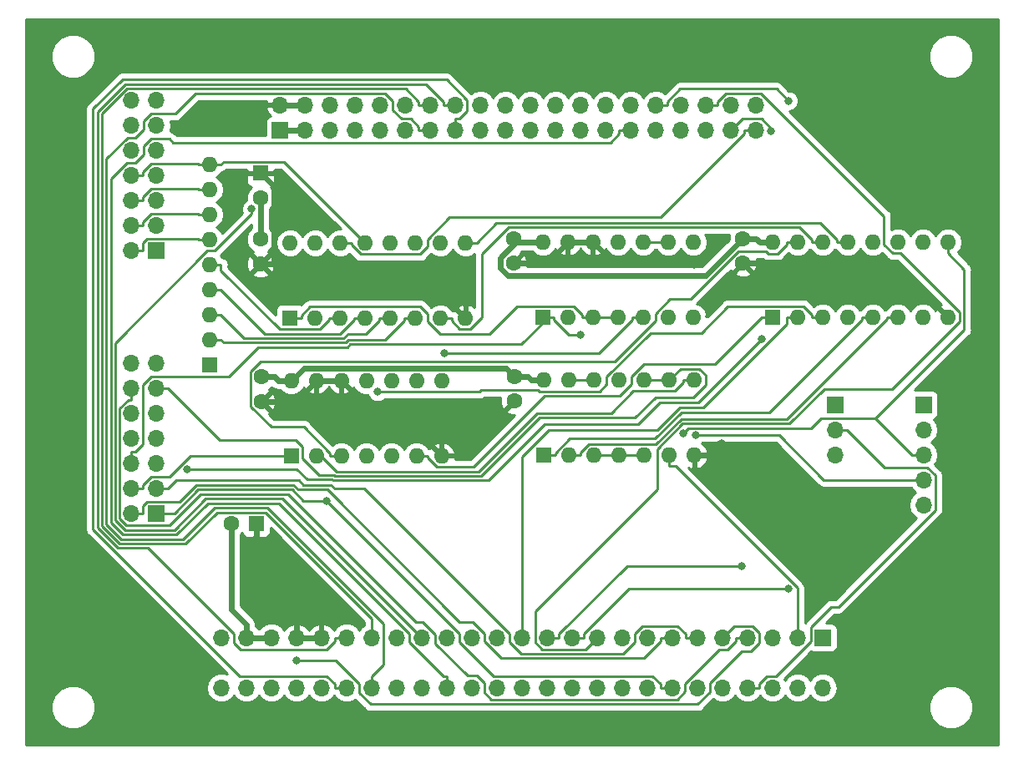
<source format=gtl>
G04 #@! TF.GenerationSoftware,KiCad,Pcbnew,(5.0.0-3-g5ebb6b6)*
G04 #@! TF.CreationDate,2019-10-05T19:23:03+09:00*
G04 #@! TF.ProjectId,KZ80-MSXCTRG,4B5A38302D4D5358435452472E6B6963,rev?*
G04 #@! TF.SameCoordinates,Original*
G04 #@! TF.FileFunction,Copper,L1,Top,Signal*
G04 #@! TF.FilePolarity,Positive*
%FSLAX46Y46*%
G04 Gerber Fmt 4.6, Leading zero omitted, Abs format (unit mm)*
G04 Created by KiCad (PCBNEW (5.0.0-3-g5ebb6b6)) date *
%MOMM*%
%LPD*%
G01*
G04 APERTURE LIST*
G04 #@! TA.AperFunction,ComponentPad*
%ADD10C,1.600000*%
G04 #@! TD*
G04 #@! TA.AperFunction,ComponentPad*
%ADD11R,1.600000X1.600000*%
G04 #@! TD*
G04 #@! TA.AperFunction,ComponentPad*
%ADD12R,1.700000X1.700000*%
G04 #@! TD*
G04 #@! TA.AperFunction,ComponentPad*
%ADD13O,1.700000X1.700000*%
G04 #@! TD*
G04 #@! TA.AperFunction,ComponentPad*
%ADD14O,1.600000X1.600000*%
G04 #@! TD*
G04 #@! TA.AperFunction,ViaPad*
%ADD15C,0.800000*%
G04 #@! TD*
G04 #@! TA.AperFunction,Conductor*
%ADD16C,0.600000*%
G04 #@! TD*
G04 #@! TA.AperFunction,Conductor*
%ADD17C,0.250000*%
G04 #@! TD*
G04 #@! TA.AperFunction,Conductor*
%ADD18C,0.254000*%
G04 #@! TD*
G04 APERTURE END LIST*
D10*
G04 #@! TO.P,C6,2*
G04 #@! TO.N,VCC*
X138570000Y-129880000D03*
D11*
G04 #@! TO.P,C6,1*
G04 #@! TO.N,GND*
X141070000Y-129880000D03*
G04 #@! TD*
G04 #@! TO.P,C5,1*
G04 #@! TO.N,GND*
X141550000Y-94330000D03*
D10*
G04 #@! TO.P,C5,2*
G04 #@! TO.N,VCC*
X141550000Y-96830000D03*
G04 #@! TD*
G04 #@! TO.P,C7,1*
G04 #@! TO.N,GND*
X167260000Y-117450000D03*
G04 #@! TO.P,C7,2*
G04 #@! TO.N,VCC*
X167260000Y-114950000D03*
G04 #@! TD*
G04 #@! TO.P,C4,2*
G04 #@! TO.N,VCC*
X167140000Y-100970000D03*
G04 #@! TO.P,C4,1*
G04 #@! TO.N,GND*
X167140000Y-103470000D03*
G04 #@! TD*
G04 #@! TO.P,C3,1*
G04 #@! TO.N,GND*
X141630000Y-117520000D03*
G04 #@! TO.P,C3,2*
G04 #@! TO.N,VCC*
X141630000Y-115020000D03*
G04 #@! TD*
G04 #@! TO.P,C2,2*
G04 #@! TO.N,VCC*
X190420000Y-100970000D03*
G04 #@! TO.P,C2,1*
G04 #@! TO.N,GND*
X190420000Y-103470000D03*
G04 #@! TD*
G04 #@! TO.P,C1,1*
G04 #@! TO.N,GND*
X141510000Y-103540000D03*
G04 #@! TO.P,C1,2*
G04 #@! TO.N,VCC*
X141510000Y-101040000D03*
G04 #@! TD*
D12*
G04 #@! TO.P,J1,1*
G04 #@! TO.N,/~CS1*
X198500000Y-141460000D03*
D13*
G04 #@! TO.P,J1,2*
G04 #@! TO.N,/~CS2*
X198500000Y-146540000D03*
G04 #@! TO.P,J1,3*
G04 #@! TO.N,/~CS12*
X195960000Y-141460000D03*
G04 #@! TO.P,J1,4*
G04 #@! TO.N,/~SLT1*
X195960000Y-146540000D03*
G04 #@! TO.P,J1,5*
G04 #@! TO.N,Net-(J1-Pad5)*
X193420000Y-141460000D03*
G04 #@! TO.P,J1,6*
G04 #@! TO.N,/~RFSH*
X193420000Y-146540000D03*
G04 #@! TO.P,J1,7*
G04 #@! TO.N,/~WAIT*
X190880000Y-141460000D03*
G04 #@! TO.P,J1,8*
G04 #@! TO.N,/~INT-S*
X190880000Y-146540000D03*
G04 #@! TO.P,J1,9*
G04 #@! TO.N,/~M1*
X188340000Y-141460000D03*
G04 #@! TO.P,J1,10*
G04 #@! TO.N,/~BUSDIR*
X188340000Y-146540000D03*
G04 #@! TO.P,J1,11*
G04 #@! TO.N,/~IORQ*
X185800000Y-141460000D03*
G04 #@! TO.P,J1,12*
G04 #@! TO.N,/~MREQ*
X185800000Y-146540000D03*
G04 #@! TO.P,J1,13*
G04 #@! TO.N,/~WR*
X183260000Y-141460000D03*
G04 #@! TO.P,J1,14*
G04 #@! TO.N,/~RD*
X183260000Y-146540000D03*
G04 #@! TO.P,J1,15*
G04 #@! TO.N,/~RESET*
X180720000Y-141460000D03*
G04 #@! TO.P,J1,16*
G04 #@! TO.N,Net-(J1-Pad16)*
X180720000Y-146540000D03*
G04 #@! TO.P,J1,17*
G04 #@! TO.N,/A9*
X178180000Y-141460000D03*
G04 #@! TO.P,J1,18*
G04 #@! TO.N,/A15*
X178180000Y-146540000D03*
G04 #@! TO.P,J1,19*
G04 #@! TO.N,/A11*
X175640000Y-141460000D03*
G04 #@! TO.P,J1,20*
G04 #@! TO.N,/A10*
X175640000Y-146540000D03*
G04 #@! TO.P,J1,21*
G04 #@! TO.N,/A7*
X173100000Y-141460000D03*
G04 #@! TO.P,J1,22*
G04 #@! TO.N,/A6*
X173100000Y-146540000D03*
G04 #@! TO.P,J1,23*
G04 #@! TO.N,/A12*
X170560000Y-141460000D03*
G04 #@! TO.P,J1,24*
G04 #@! TO.N,/A8*
X170560000Y-146540000D03*
G04 #@! TO.P,J1,25*
G04 #@! TO.N,/A14*
X168020000Y-141460000D03*
G04 #@! TO.P,J1,26*
G04 #@! TO.N,/A13*
X168020000Y-146540000D03*
G04 #@! TO.P,J1,27*
G04 #@! TO.N,/A1*
X165480000Y-141460000D03*
G04 #@! TO.P,J1,28*
G04 #@! TO.N,/A0*
X165480000Y-146540000D03*
G04 #@! TO.P,J1,29*
G04 #@! TO.N,/A3*
X162940000Y-141460000D03*
G04 #@! TO.P,J1,30*
G04 #@! TO.N,/A2*
X162940000Y-146540000D03*
G04 #@! TO.P,J1,31*
G04 #@! TO.N,/A5*
X160400000Y-141460000D03*
G04 #@! TO.P,J1,32*
G04 #@! TO.N,/A4*
X160400000Y-146540000D03*
G04 #@! TO.P,J1,33*
G04 #@! TO.N,/D1*
X157860000Y-141460000D03*
G04 #@! TO.P,J1,34*
G04 #@! TO.N,/D0*
X157860000Y-146540000D03*
G04 #@! TO.P,J1,35*
G04 #@! TO.N,/D3*
X155320000Y-141460000D03*
G04 #@! TO.P,J1,36*
G04 #@! TO.N,/D2*
X155320000Y-146540000D03*
G04 #@! TO.P,J1,37*
G04 #@! TO.N,/D5*
X152780000Y-141460000D03*
G04 #@! TO.P,J1,38*
G04 #@! TO.N,/D4*
X152780000Y-146540000D03*
G04 #@! TO.P,J1,39*
G04 #@! TO.N,/D7*
X150240000Y-141460000D03*
G04 #@! TO.P,J1,40*
G04 #@! TO.N,/D6*
X150240000Y-146540000D03*
G04 #@! TO.P,J1,41*
G04 #@! TO.N,GND*
X147700000Y-141460000D03*
G04 #@! TO.P,J1,42*
G04 #@! TO.N,/CLK*
X147700000Y-146540000D03*
G04 #@! TO.P,J1,43*
G04 #@! TO.N,GND*
X145160000Y-141460000D03*
G04 #@! TO.P,J1,44*
G04 #@! TO.N,/SW1*
X145160000Y-146540000D03*
G04 #@! TO.P,J1,45*
G04 #@! TO.N,VCC*
X142620000Y-141460000D03*
G04 #@! TO.P,J1,46*
G04 #@! TO.N,/SW2*
X142620000Y-146540000D03*
G04 #@! TO.P,J1,47*
G04 #@! TO.N,VCC*
X140080000Y-141460000D03*
G04 #@! TO.P,J1,48*
G04 #@! TO.N,/+12V*
X140080000Y-146540000D03*
G04 #@! TO.P,J1,49*
G04 #@! TO.N,Net-(J1-Pad49)*
X137540000Y-141460000D03*
G04 #@! TO.P,J1,50*
G04 #@! TO.N,/-12V*
X137540000Y-146540000D03*
G04 #@! TD*
D12*
G04 #@! TO.P,JP1,1*
G04 #@! TO.N,/~INT*
X199820000Y-117890000D03*
D13*
G04 #@! TO.P,JP1,2*
G04 #@! TO.N,/~INT-S*
X199820000Y-120430000D03*
G04 #@! TO.P,JP1,3*
G04 #@! TO.N,Net-(JP1-Pad3)*
X199820000Y-122970000D03*
G04 #@! TD*
D12*
G04 #@! TO.P,J3,1*
G04 #@! TO.N,/~SLT0*
X208720000Y-117840000D03*
D13*
G04 #@! TO.P,J3,2*
G04 #@! TO.N,/~SLT2*
X208720000Y-120380000D03*
G04 #@! TO.P,J3,3*
G04 #@! TO.N,/~SLT3*
X208720000Y-122920000D03*
G04 #@! TO.P,J3,4*
G04 #@! TO.N,Net-(J3-Pad4)*
X208720000Y-125460000D03*
G04 #@! TO.P,J3,5*
G04 #@! TO.N,/INT-J*
X208720000Y-128000000D03*
G04 #@! TD*
G04 #@! TO.P,J5,14*
G04 #@! TO.N,Net-(J5-Pad14)*
X128430000Y-86960000D03*
G04 #@! TO.P,J5,13*
G04 #@! TO.N,Net-(J5-Pad13)*
X130970000Y-86960000D03*
G04 #@! TO.P,J5,12*
G04 #@! TO.N,/PC7*
X128430000Y-89500000D03*
G04 #@! TO.P,J5,11*
G04 #@! TO.N,/PC6*
X130970000Y-89500000D03*
G04 #@! TO.P,J5,10*
G04 #@! TO.N,/PC5*
X128430000Y-92040000D03*
G04 #@! TO.P,J5,9*
G04 #@! TO.N,/PC4*
X130970000Y-92040000D03*
G04 #@! TO.P,J5,8*
G04 #@! TO.N,/PA7*
X128430000Y-94580000D03*
G04 #@! TO.P,J5,7*
G04 #@! TO.N,/PA6*
X130970000Y-94580000D03*
G04 #@! TO.P,J5,6*
G04 #@! TO.N,/PA5*
X128430000Y-97120000D03*
G04 #@! TO.P,J5,5*
G04 #@! TO.N,/PA4*
X130970000Y-97120000D03*
G04 #@! TO.P,J5,4*
G04 #@! TO.N,/PA3*
X128430000Y-99660000D03*
G04 #@! TO.P,J5,3*
G04 #@! TO.N,/PA2*
X130970000Y-99660000D03*
G04 #@! TO.P,J5,2*
G04 #@! TO.N,/PA1*
X128430000Y-102200000D03*
D12*
G04 #@! TO.P,J5,1*
G04 #@! TO.N,/PA0*
X130970000Y-102200000D03*
G04 #@! TD*
G04 #@! TO.P,J4,1*
G04 #@! TO.N,/~RD*
X130970000Y-128870000D03*
D13*
G04 #@! TO.P,J4,2*
G04 #@! TO.N,/~WR*
X128430000Y-128870000D03*
G04 #@! TO.P,J4,3*
G04 #@! TO.N,/~IORQ*
X130970000Y-126330000D03*
G04 #@! TO.P,J4,4*
G04 #@! TO.N,/~MREQ*
X128430000Y-126330000D03*
G04 #@! TO.P,J4,5*
G04 #@! TO.N,/~M1*
X130970000Y-123790000D03*
G04 #@! TO.P,J4,6*
G04 #@! TO.N,/~RESET*
X128430000Y-123790000D03*
G04 #@! TO.P,J4,7*
G04 #@! TO.N,/~BUSR*
X130970000Y-121250000D03*
G04 #@! TO.P,J4,8*
G04 #@! TO.N,/~BUSA*
X128430000Y-121250000D03*
G04 #@! TO.P,J4,9*
G04 #@! TO.N,/~NMI*
X130970000Y-118710000D03*
G04 #@! TO.P,J4,10*
G04 #@! TO.N,/~INT*
X128430000Y-118710000D03*
G04 #@! TO.P,J4,11*
G04 #@! TO.N,/~RFSH*
X130970000Y-116170000D03*
G04 #@! TO.P,J4,12*
G04 #@! TO.N,/~WAIT*
X128430000Y-116170000D03*
G04 #@! TO.P,J4,13*
G04 #@! TO.N,/~HALT*
X130970000Y-113630000D03*
G04 #@! TO.P,J4,14*
G04 #@! TO.N,Net-(J4-Pad14)*
X128430000Y-113630000D03*
G04 #@! TD*
D12*
G04 #@! TO.P,J2,1*
G04 #@! TO.N,VCC*
X143500000Y-90000000D03*
D13*
G04 #@! TO.P,J2,2*
G04 #@! TO.N,GND*
X143500000Y-87460000D03*
G04 #@! TO.P,J2,3*
G04 #@! TO.N,VCC*
X146040000Y-90000000D03*
G04 #@! TO.P,J2,4*
G04 #@! TO.N,GND*
X146040000Y-87460000D03*
G04 #@! TO.P,J2,5*
G04 #@! TO.N,Net-(J2-Pad5)*
X148580000Y-90000000D03*
G04 #@! TO.P,J2,6*
G04 #@! TO.N,Net-(J2-Pad6)*
X148580000Y-87460000D03*
G04 #@! TO.P,J2,7*
G04 #@! TO.N,Net-(J2-Pad7)*
X151120000Y-90000000D03*
G04 #@! TO.P,J2,8*
G04 #@! TO.N,/CLK*
X151120000Y-87460000D03*
G04 #@! TO.P,J2,9*
G04 #@! TO.N,/D0*
X153660000Y-90000000D03*
G04 #@! TO.P,J2,10*
G04 #@! TO.N,/D1*
X153660000Y-87460000D03*
G04 #@! TO.P,J2,11*
G04 #@! TO.N,/D2*
X156200000Y-90000000D03*
G04 #@! TO.P,J2,12*
G04 #@! TO.N,/D3*
X156200000Y-87460000D03*
G04 #@! TO.P,J2,13*
G04 #@! TO.N,/D4*
X158740000Y-90000000D03*
G04 #@! TO.P,J2,14*
G04 #@! TO.N,/D5*
X158740000Y-87460000D03*
G04 #@! TO.P,J2,15*
G04 #@! TO.N,/D6*
X161280000Y-90000000D03*
G04 #@! TO.P,J2,16*
G04 #@! TO.N,/D7*
X161280000Y-87460000D03*
G04 #@! TO.P,J2,17*
G04 #@! TO.N,Net-(J2-Pad17)*
X163820000Y-90000000D03*
G04 #@! TO.P,J2,18*
G04 #@! TO.N,/~MEMRD*
X163820000Y-87460000D03*
G04 #@! TO.P,J2,19*
G04 #@! TO.N,Net-(J2-Pad19)*
X166360000Y-90000000D03*
G04 #@! TO.P,J2,20*
G04 #@! TO.N,/~MEMWR*
X166360000Y-87460000D03*
G04 #@! TO.P,J2,21*
G04 #@! TO.N,/RES*
X168900000Y-90000000D03*
G04 #@! TO.P,J2,22*
G04 #@! TO.N,Net-(J2-Pad22)*
X168900000Y-87460000D03*
G04 #@! TO.P,J2,23*
G04 #@! TO.N,/INT*
X171440000Y-90000000D03*
G04 #@! TO.P,J2,24*
G04 #@! TO.N,Net-(J2-Pad24)*
X171440000Y-87460000D03*
G04 #@! TO.P,J2,25*
G04 #@! TO.N,/A0*
X173980000Y-90000000D03*
G04 #@! TO.P,J2,26*
G04 #@! TO.N,/A1*
X173980000Y-87460000D03*
G04 #@! TO.P,J2,27*
G04 #@! TO.N,/A2*
X176520000Y-90000000D03*
G04 #@! TO.P,J2,28*
G04 #@! TO.N,/A3*
X176520000Y-87460000D03*
G04 #@! TO.P,J2,29*
G04 #@! TO.N,/A4*
X179060000Y-90000000D03*
G04 #@! TO.P,J2,30*
G04 #@! TO.N,/A5*
X179060000Y-87460000D03*
G04 #@! TO.P,J2,31*
G04 #@! TO.N,/A6*
X181600000Y-90000000D03*
G04 #@! TO.P,J2,32*
G04 #@! TO.N,/A7*
X181600000Y-87460000D03*
G04 #@! TO.P,J2,33*
G04 #@! TO.N,/A8*
X184140000Y-90000000D03*
G04 #@! TO.P,J2,34*
G04 #@! TO.N,/A9*
X184140000Y-87460000D03*
G04 #@! TO.P,J2,35*
G04 #@! TO.N,/A10*
X186680000Y-90000000D03*
G04 #@! TO.P,J2,36*
G04 #@! TO.N,/A11*
X186680000Y-87460000D03*
G04 #@! TO.P,J2,37*
G04 #@! TO.N,/A12*
X189220000Y-90000000D03*
G04 #@! TO.P,J2,38*
G04 #@! TO.N,/A13*
X189220000Y-87460000D03*
G04 #@! TO.P,J2,39*
G04 #@! TO.N,/A14*
X191760000Y-90000000D03*
G04 #@! TO.P,J2,40*
G04 #@! TO.N,/A15*
X191760000Y-87460000D03*
G04 #@! TD*
D11*
G04 #@! TO.P,U5,1*
G04 #@! TO.N,/~RESET*
X170140000Y-108970000D03*
D14*
G04 #@! TO.P,U5,8*
G04 #@! TO.N,/INT-J*
X185380000Y-101350000D03*
G04 #@! TO.P,U5,2*
G04 #@! TO.N,Net-(U5-Pad2)*
X172680000Y-108970000D03*
G04 #@! TO.P,U5,9*
G04 #@! TO.N,Net-(JP1-Pad3)*
X182840000Y-101350000D03*
G04 #@! TO.P,U5,3*
G04 #@! TO.N,Net-(U2-Pad1)*
X175220000Y-108970000D03*
G04 #@! TO.P,U5,10*
G04 #@! TO.N,Net-(JP1-Pad3)*
X180300000Y-101350000D03*
G04 #@! TO.P,U5,4*
G04 #@! TO.N,Net-(U2-Pad1)*
X177760000Y-108970000D03*
G04 #@! TO.P,U5,11*
G04 #@! TO.N,Net-(U5-Pad11)*
X177760000Y-101350000D03*
G04 #@! TO.P,U5,5*
G04 #@! TO.N,Net-(U3-Pad8)*
X180300000Y-108970000D03*
G04 #@! TO.P,U5,12*
G04 #@! TO.N,GND*
X175220000Y-101350000D03*
G04 #@! TO.P,U5,6*
G04 #@! TO.N,Net-(U5-Pad2)*
X182840000Y-108970000D03*
G04 #@! TO.P,U5,13*
G04 #@! TO.N,GND*
X172680000Y-101350000D03*
G04 #@! TO.P,U5,7*
X185380000Y-108970000D03*
G04 #@! TO.P,U5,14*
G04 #@! TO.N,VCC*
X170140000Y-101350000D03*
G04 #@! TD*
G04 #@! TO.P,U4,14*
G04 #@! TO.N,VCC*
X170260000Y-115330000D03*
G04 #@! TO.P,U4,7*
G04 #@! TO.N,GND*
X185500000Y-122950000D03*
G04 #@! TO.P,U4,13*
G04 #@! TO.N,/~SLT3*
X172800000Y-115330000D03*
G04 #@! TO.P,U4,6*
G04 #@! TO.N,/~CS12*
X182960000Y-122950000D03*
G04 #@! TO.P,U4,12*
G04 #@! TO.N,/~SLT3*
X175340000Y-115330000D03*
G04 #@! TO.P,U4,5*
G04 #@! TO.N,Net-(U4-Pad3)*
X180420000Y-122950000D03*
G04 #@! TO.P,U4,11*
G04 #@! TO.N,Net-(J3-Pad4)*
X177880000Y-115330000D03*
G04 #@! TO.P,U4,4*
G04 #@! TO.N,Net-(U4-Pad3)*
X177880000Y-122950000D03*
G04 #@! TO.P,U4,10*
G04 #@! TO.N,/~RFSH*
X180420000Y-115330000D03*
G04 #@! TO.P,U4,3*
G04 #@! TO.N,Net-(U4-Pad3)*
X175340000Y-122950000D03*
G04 #@! TO.P,U4,9*
G04 #@! TO.N,/~RFSH*
X182960000Y-115330000D03*
G04 #@! TO.P,U4,2*
G04 #@! TO.N,/~CS2*
X172800000Y-122950000D03*
G04 #@! TO.P,U4,8*
G04 #@! TO.N,Net-(U3-Pad2)*
X185500000Y-115330000D03*
D11*
G04 #@! TO.P,U4,1*
G04 #@! TO.N,/~CS1*
X170260000Y-122950000D03*
G04 #@! TD*
G04 #@! TO.P,U3,1*
G04 #@! TO.N,/~MREQ*
X144630000Y-123020000D03*
D14*
G04 #@! TO.P,U3,8*
G04 #@! TO.N,Net-(U3-Pad8)*
X159870000Y-115400000D03*
G04 #@! TO.P,U3,2*
G04 #@! TO.N,Net-(U3-Pad2)*
X147170000Y-123020000D03*
G04 #@! TO.P,U3,9*
G04 #@! TO.N,/PA0*
X157330000Y-115400000D03*
G04 #@! TO.P,U3,3*
G04 #@! TO.N,Net-(U1-Pad15)*
X149710000Y-123020000D03*
G04 #@! TO.P,U3,10*
G04 #@! TO.N,/PA1*
X154790000Y-115400000D03*
G04 #@! TO.P,U3,4*
G04 #@! TO.N,/~RD*
X152250000Y-123020000D03*
G04 #@! TO.P,U3,11*
G04 #@! TO.N,Net-(U3-Pad11)*
X152250000Y-115400000D03*
G04 #@! TO.P,U3,5*
G04 #@! TO.N,/~MREQ*
X154790000Y-123020000D03*
G04 #@! TO.P,U3,12*
G04 #@! TO.N,GND*
X149710000Y-115400000D03*
G04 #@! TO.P,U3,6*
G04 #@! TO.N,Net-(U1-Pad1)*
X157330000Y-123020000D03*
G04 #@! TO.P,U3,13*
G04 #@! TO.N,GND*
X147170000Y-115400000D03*
G04 #@! TO.P,U3,7*
X159870000Y-123020000D03*
G04 #@! TO.P,U3,14*
G04 #@! TO.N,VCC*
X144630000Y-115400000D03*
G04 #@! TD*
G04 #@! TO.P,U2,16*
G04 #@! TO.N,VCC*
X144510000Y-101420000D03*
G04 #@! TO.P,U2,8*
G04 #@! TO.N,GND*
X162290000Y-109040000D03*
G04 #@! TO.P,U2,15*
G04 #@! TO.N,Net-(U2-Pad1)*
X147050000Y-101420000D03*
G04 #@! TO.P,U2,7*
G04 #@! TO.N,Net-(U1-Pad14)*
X159750000Y-109040000D03*
G04 #@! TO.P,U2,14*
G04 #@! TO.N,/A14*
X149590000Y-101420000D03*
G04 #@! TO.P,U2,6*
G04 #@! TO.N,/PA0*
X157210000Y-109040000D03*
G04 #@! TO.P,U2,13*
G04 #@! TO.N,/PA7*
X152130000Y-101420000D03*
G04 #@! TO.P,U2,5*
G04 #@! TO.N,/PA2*
X154670000Y-109040000D03*
G04 #@! TO.P,U2,12*
G04 #@! TO.N,/PA5*
X154670000Y-101420000D03*
G04 #@! TO.P,U2,4*
G04 #@! TO.N,/PA4*
X152130000Y-109040000D03*
G04 #@! TO.P,U2,11*
G04 #@! TO.N,/PA3*
X157210000Y-101420000D03*
G04 #@! TO.P,U2,3*
G04 #@! TO.N,/PA6*
X149590000Y-109040000D03*
G04 #@! TO.P,U2,10*
G04 #@! TO.N,/PA1*
X159750000Y-101420000D03*
G04 #@! TO.P,U2,2*
G04 #@! TO.N,/A15*
X147050000Y-109040000D03*
G04 #@! TO.P,U2,9*
G04 #@! TO.N,Net-(U1-Pad13)*
X162290000Y-101420000D03*
D11*
G04 #@! TO.P,U2,1*
G04 #@! TO.N,Net-(U2-Pad1)*
X144510000Y-109040000D03*
G04 #@! TD*
G04 #@! TO.P,U1,1*
G04 #@! TO.N,Net-(U1-Pad1)*
X193420000Y-108970000D03*
D14*
G04 #@! TO.P,U1,9*
G04 #@! TO.N,/~SLT3*
X211200000Y-101350000D03*
G04 #@! TO.P,U1,2*
G04 #@! TO.N,/A14*
X195960000Y-108970000D03*
G04 #@! TO.P,U1,10*
G04 #@! TO.N,/~SLT2*
X208660000Y-101350000D03*
G04 #@! TO.P,U1,3*
G04 #@! TO.N,/A15*
X198500000Y-108970000D03*
G04 #@! TO.P,U1,11*
G04 #@! TO.N,/~SLT1*
X206120000Y-101350000D03*
G04 #@! TO.P,U1,4*
G04 #@! TO.N,/~CS0*
X201040000Y-108970000D03*
G04 #@! TO.P,U1,12*
G04 #@! TO.N,/~SLT0*
X203580000Y-101350000D03*
G04 #@! TO.P,U1,5*
G04 #@! TO.N,/~CS1*
X203580000Y-108970000D03*
G04 #@! TO.P,U1,13*
G04 #@! TO.N,Net-(U1-Pad13)*
X201040000Y-101350000D03*
G04 #@! TO.P,U1,6*
G04 #@! TO.N,/~CS2*
X206120000Y-108970000D03*
G04 #@! TO.P,U1,14*
G04 #@! TO.N,Net-(U1-Pad14)*
X198500000Y-101350000D03*
G04 #@! TO.P,U1,7*
G04 #@! TO.N,Net-(U1-Pad7)*
X208660000Y-108970000D03*
G04 #@! TO.P,U1,15*
G04 #@! TO.N,Net-(U1-Pad15)*
X195960000Y-101350000D03*
G04 #@! TO.P,U1,8*
G04 #@! TO.N,GND*
X211200000Y-108970000D03*
G04 #@! TO.P,U1,16*
G04 #@! TO.N,VCC*
X193420000Y-101350000D03*
G04 #@! TD*
D11*
G04 #@! TO.P,RN1,1*
G04 #@! TO.N,VCC*
X136370000Y-113790000D03*
D14*
G04 #@! TO.P,RN1,2*
G04 #@! TO.N,/PA0*
X136370000Y-111250000D03*
G04 #@! TO.P,RN1,3*
G04 #@! TO.N,/PA2*
X136370000Y-108710000D03*
G04 #@! TO.P,RN1,4*
G04 #@! TO.N,/PA4*
X136370000Y-106170000D03*
G04 #@! TO.P,RN1,5*
G04 #@! TO.N,/PA6*
X136370000Y-103630000D03*
G04 #@! TO.P,RN1,6*
G04 #@! TO.N,/PA1*
X136370000Y-101090000D03*
G04 #@! TO.P,RN1,7*
G04 #@! TO.N,/PA3*
X136370000Y-98550000D03*
G04 #@! TO.P,RN1,8*
G04 #@! TO.N,/PA5*
X136370000Y-96010000D03*
G04 #@! TO.P,RN1,9*
G04 #@! TO.N,/PA7*
X136370000Y-93470000D03*
G04 #@! TD*
D15*
G04 #@! TO.N,/~SLT3*
X184380900Y-120712200D03*
G04 #@! TO.N,/A15*
X153394400Y-116525400D03*
G04 #@! TO.N,GND*
X185443000Y-103632200D03*
X188252100Y-121788400D03*
X211000000Y-121000000D03*
X208000000Y-86000000D03*
X121500000Y-88000000D03*
X122500000Y-143500000D03*
X209500000Y-143500000D03*
G04 #@! TO.N,Net-(U3-Pad8)*
X160139500Y-112577700D03*
G04 #@! TO.N,/~RD*
X148222100Y-127617100D03*
G04 #@! TO.N,Net-(J3-Pad4)*
X185606700Y-120934700D03*
G04 #@! TO.N,/~RESET*
X173925400Y-110732300D03*
G04 #@! TO.N,/D1*
X140636700Y-97985000D03*
G04 #@! TO.N,/A7*
X195048800Y-136513900D03*
X195030000Y-87019300D03*
G04 #@! TO.N,/A12*
X190308300Y-134165100D03*
X193294000Y-90068600D03*
G04 #@! TO.N,/~M1*
X145138500Y-143797900D03*
G04 #@! TO.N,/~INT*
X192296000Y-111180900D03*
X134078900Y-124369500D03*
G04 #@! TD*
D16*
G04 #@! TO.N,VCC*
X167451300Y-101281200D02*
X167140000Y-100970000D01*
X170140000Y-101350000D02*
X167520000Y-101350000D01*
X167520000Y-101350000D02*
X167451300Y-101281200D01*
X190420000Y-100970000D02*
X186619400Y-104770600D01*
X186619400Y-104770600D02*
X166588100Y-104770600D01*
X166588100Y-104770600D02*
X165815300Y-103997800D01*
X165815300Y-103997800D02*
X165815300Y-102917200D01*
X165815300Y-102917200D02*
X167451300Y-101281200D01*
X192119700Y-101350000D02*
X191739700Y-100970000D01*
X191739700Y-100970000D02*
X190420000Y-100970000D01*
X144630000Y-115400000D02*
X145935900Y-114094100D01*
X145935900Y-114094100D02*
X166404100Y-114094100D01*
X166404100Y-114094100D02*
X167260000Y-114950000D01*
X168959700Y-115330000D02*
X168579700Y-114950000D01*
X168579700Y-114950000D02*
X167260000Y-114950000D01*
X144630000Y-115400000D02*
X143329700Y-115400000D01*
X141630000Y-115020000D02*
X142949700Y-115020000D01*
X142949700Y-115020000D02*
X143329700Y-115400000D01*
X193420000Y-101350000D02*
X192119700Y-101350000D01*
X141510000Y-101040000D02*
X141550000Y-101000000D01*
X141550000Y-101000000D02*
X141550000Y-96830000D01*
X170260000Y-115330000D02*
X168959700Y-115330000D01*
X140080000Y-141460000D02*
X140080000Y-140109700D01*
X138570000Y-129880000D02*
X138570000Y-138599700D01*
X138570000Y-138599700D02*
X140080000Y-140109700D01*
X140080000Y-141460000D02*
X141269700Y-141460000D01*
X142620000Y-141460000D02*
X141269700Y-141460000D01*
X146040000Y-90000000D02*
X143500000Y-90000000D01*
D17*
G04 #@! TO.N,/PA0*
X137495300Y-111250000D02*
X137786100Y-111540800D01*
X137786100Y-111540800D02*
X150137100Y-111540800D01*
X150137100Y-111540800D02*
X150427900Y-111250000D01*
X150427900Y-111250000D02*
X154156000Y-111250000D01*
X154156000Y-111250000D02*
X156084700Y-109321300D01*
X156084700Y-109321300D02*
X156084700Y-109040000D01*
X157210000Y-109040000D02*
X156084700Y-109040000D01*
X136370000Y-111250000D02*
X137495300Y-111250000D01*
G04 #@! TO.N,/PA2*
X137495300Y-108710000D02*
X139875800Y-111090500D01*
X139875800Y-111090500D02*
X149950500Y-111090500D01*
X149950500Y-111090500D02*
X150400800Y-110640200D01*
X150400800Y-110640200D02*
X152225800Y-110640200D01*
X152225800Y-110640200D02*
X153544700Y-109321300D01*
X153544700Y-109321300D02*
X153544700Y-109040000D01*
X154670000Y-109040000D02*
X153544700Y-109040000D01*
X136370000Y-108710000D02*
X137495300Y-108710000D01*
G04 #@! TO.N,/PA4*
X152130000Y-109040000D02*
X151004700Y-109040000D01*
X136370000Y-106170000D02*
X137495300Y-106170000D01*
X137495300Y-106170000D02*
X141965400Y-110640100D01*
X141965400Y-110640100D02*
X149581500Y-110640100D01*
X149581500Y-110640100D02*
X151004700Y-109216900D01*
X151004700Y-109216900D02*
X151004700Y-109040000D01*
G04 #@! TO.N,/PA6*
X149590000Y-109040000D02*
X148464700Y-109040000D01*
X136370000Y-103630000D02*
X137495300Y-103630000D01*
X137495300Y-103630000D02*
X137495300Y-104192700D01*
X137495300Y-104192700D02*
X143467900Y-110165300D01*
X143467900Y-110165300D02*
X147532200Y-110165300D01*
X147532200Y-110165300D02*
X148464700Y-109232800D01*
X148464700Y-109232800D02*
X148464700Y-109040000D01*
G04 #@! TO.N,/PA1*
X128430000Y-102200000D02*
X129605300Y-102200000D01*
X136370000Y-101090000D02*
X135244700Y-101090000D01*
X135244700Y-101090000D02*
X135179400Y-101024700D01*
X135179400Y-101024700D02*
X129972500Y-101024700D01*
X129972500Y-101024700D02*
X129605300Y-101391900D01*
X129605300Y-101391900D02*
X129605300Y-102200000D01*
G04 #@! TO.N,/PA3*
X128430000Y-99660000D02*
X129605300Y-99660000D01*
X136370000Y-98550000D02*
X135244700Y-98550000D01*
X135244700Y-98550000D02*
X135179400Y-98484700D01*
X135179400Y-98484700D02*
X130413200Y-98484700D01*
X130413200Y-98484700D02*
X129605300Y-99292600D01*
X129605300Y-99292600D02*
X129605300Y-99660000D01*
G04 #@! TO.N,/PA5*
X128430000Y-97120000D02*
X129605300Y-97120000D01*
X136370000Y-96010000D02*
X135244700Y-96010000D01*
X135244700Y-96010000D02*
X135179400Y-95944700D01*
X135179400Y-95944700D02*
X130413200Y-95944700D01*
X130413200Y-95944700D02*
X129605300Y-96752600D01*
X129605300Y-96752600D02*
X129605300Y-97120000D01*
G04 #@! TO.N,/PA7*
X136370000Y-93470000D02*
X137495300Y-93470000D01*
X137495300Y-93470000D02*
X137783700Y-93181600D01*
X137783700Y-93181600D02*
X143891600Y-93181600D01*
X143891600Y-93181600D02*
X152130000Y-101420000D01*
X135807400Y-93470000D02*
X136370000Y-93470000D01*
X135807400Y-93470000D02*
X135244700Y-93470000D01*
X128430000Y-94580000D02*
X129605300Y-94580000D01*
X135244700Y-93470000D02*
X135179400Y-93404700D01*
X135179400Y-93404700D02*
X130413200Y-93404700D01*
X130413200Y-93404700D02*
X129605300Y-94212600D01*
X129605300Y-94212600D02*
X129605300Y-94580000D01*
G04 #@! TO.N,Net-(U1-Pad1)*
X157330000Y-123020000D02*
X158455300Y-123020000D01*
X193420000Y-108970000D02*
X192294700Y-108970000D01*
X192294700Y-108970000D02*
X187577800Y-113686900D01*
X187577800Y-113686900D02*
X180406400Y-113686900D01*
X180406400Y-113686900D02*
X179150000Y-114943300D01*
X179150000Y-114943300D02*
X179150000Y-115708100D01*
X179150000Y-115708100D02*
X177937800Y-116920300D01*
X177937800Y-116920300D02*
X170323800Y-116920300D01*
X170323800Y-116920300D02*
X163094000Y-124150100D01*
X163094000Y-124150100D02*
X159390200Y-124150100D01*
X159390200Y-124150100D02*
X158455300Y-123215200D01*
X158455300Y-123215200D02*
X158455300Y-123020000D01*
G04 #@! TO.N,/~SLT3*
X203862400Y-119237700D02*
X198319500Y-119237700D01*
X198319500Y-119237700D02*
X197347800Y-120209400D01*
X197347800Y-120209400D02*
X184883700Y-120209400D01*
X184883700Y-120209400D02*
X184380900Y-120712200D01*
X207544700Y-122920000D02*
X203862400Y-119237700D01*
X211200000Y-102475300D02*
X212853900Y-104129200D01*
X212853900Y-104129200D02*
X212853900Y-110246200D01*
X212853900Y-110246200D02*
X203862400Y-119237700D01*
X211200000Y-101350000D02*
X211200000Y-102475300D01*
X208720000Y-122920000D02*
X207544700Y-122920000D01*
X175340000Y-115330000D02*
X172800000Y-115330000D01*
G04 #@! TO.N,/A14*
X195960000Y-108970000D02*
X194834700Y-108970000D01*
X194834700Y-108970000D02*
X194834700Y-109673300D01*
X194834700Y-109673300D02*
X186379500Y-118128500D01*
X186379500Y-118128500D02*
X184028100Y-118128500D01*
X184028100Y-118128500D02*
X181777100Y-120379500D01*
X181777100Y-120379500D02*
X170721600Y-120379500D01*
X170721600Y-120379500D02*
X168020000Y-123081100D01*
X168020000Y-123081100D02*
X168020000Y-141460000D01*
X150715300Y-101420000D02*
X150715300Y-101612800D01*
X150715300Y-101612800D02*
X151647800Y-102545300D01*
X151647800Y-102545300D02*
X157709300Y-102545300D01*
X157709300Y-102545300D02*
X158480000Y-101774600D01*
X158480000Y-101774600D02*
X158480000Y-101058500D01*
X158480000Y-101058500D02*
X160699000Y-98839500D01*
X160699000Y-98839500D02*
X182112600Y-98839500D01*
X182112600Y-98839500D02*
X190584700Y-90367400D01*
X190584700Y-90367400D02*
X190584700Y-90000000D01*
X149590000Y-101420000D02*
X150715300Y-101420000D01*
X191760000Y-90000000D02*
X190584700Y-90000000D01*
G04 #@! TO.N,/A15*
X197374700Y-108970000D02*
X197374700Y-108688700D01*
X197374700Y-108688700D02*
X196530600Y-107844600D01*
X196530600Y-107844600D02*
X188897100Y-107844600D01*
X188897100Y-107844600D02*
X186196100Y-110545600D01*
X186196100Y-110545600D02*
X181072800Y-110545600D01*
X181072800Y-110545600D02*
X176610000Y-115008400D01*
X176610000Y-115008400D02*
X176610000Y-115732000D01*
X176610000Y-115732000D02*
X175872100Y-116469900D01*
X175872100Y-116469900D02*
X169808300Y-116469900D01*
X169808300Y-116469900D02*
X169663000Y-116324600D01*
X169663000Y-116324600D02*
X163890800Y-116324600D01*
X163890800Y-116324600D02*
X163690000Y-116525400D01*
X163690000Y-116525400D02*
X153394400Y-116525400D01*
X198500000Y-108970000D02*
X197374700Y-108970000D01*
G04 #@! TO.N,/~CS1*
X202454700Y-108970000D02*
X202454700Y-109229700D01*
X202454700Y-109229700D02*
X193051100Y-118633300D01*
X193051100Y-118633300D02*
X184160200Y-118633300D01*
X184160200Y-118633300D02*
X181520800Y-121272700D01*
X181520800Y-121272700D02*
X172879900Y-121272700D01*
X172879900Y-121272700D02*
X171385300Y-122767300D01*
X171385300Y-122767300D02*
X171385300Y-122950000D01*
X170260000Y-122950000D02*
X171385300Y-122950000D01*
X203580000Y-108970000D02*
X202454700Y-108970000D01*
G04 #@! TO.N,Net-(U1-Pad13)*
X163415300Y-101420000D02*
X165442000Y-99393300D01*
X165442000Y-99393300D02*
X198239300Y-99393300D01*
X198239300Y-99393300D02*
X199914700Y-101068700D01*
X199914700Y-101068700D02*
X199914700Y-101350000D01*
X162290000Y-101420000D02*
X163415300Y-101420000D01*
X201040000Y-101350000D02*
X199914700Y-101350000D01*
G04 #@! TO.N,/~CS2*
X204994700Y-108970000D02*
X204994700Y-109147500D01*
X204994700Y-109147500D02*
X194887900Y-119254300D01*
X194887900Y-119254300D02*
X184176100Y-119254300D01*
X184176100Y-119254300D02*
X181605700Y-121824700D01*
X181605700Y-121824700D02*
X174769200Y-121824700D01*
X174769200Y-121824700D02*
X173925300Y-122668600D01*
X173925300Y-122668600D02*
X173925300Y-122950000D01*
X172800000Y-122950000D02*
X173925300Y-122950000D01*
X206120000Y-108970000D02*
X204994700Y-108970000D01*
G04 #@! TO.N,Net-(U1-Pad14)*
X159750000Y-109040000D02*
X160875300Y-109040000D01*
X198500000Y-101350000D02*
X197374700Y-101350000D01*
X197374700Y-101350000D02*
X197374700Y-101068700D01*
X197374700Y-101068700D02*
X196149700Y-99843700D01*
X196149700Y-99843700D02*
X166647600Y-99843700D01*
X166647600Y-99843700D02*
X163967600Y-102523700D01*
X163967600Y-102523700D02*
X163967600Y-108960800D01*
X163967600Y-108960800D02*
X162763100Y-110165300D01*
X162763100Y-110165300D02*
X161719200Y-110165300D01*
X161719200Y-110165300D02*
X160875300Y-109321400D01*
X160875300Y-109321400D02*
X160875300Y-109040000D01*
G04 #@! TO.N,Net-(U1-Pad15)*
X148584700Y-123020000D02*
X148584700Y-122738700D01*
X148584700Y-122738700D02*
X145935000Y-120089000D01*
X145935000Y-120089000D02*
X142599100Y-120089000D01*
X142599100Y-120089000D02*
X140498000Y-117987900D01*
X140498000Y-117987900D02*
X140498000Y-114492200D01*
X140498000Y-114492200D02*
X141535200Y-113455000D01*
X141535200Y-113455000D02*
X177455700Y-113455000D01*
X177455700Y-113455000D02*
X181570000Y-109340700D01*
X181570000Y-109340700D02*
X181570000Y-108586000D01*
X181570000Y-108586000D02*
X183031400Y-107124600D01*
X183031400Y-107124600D02*
X185149900Y-107124600D01*
X185149900Y-107124600D02*
X189981900Y-102292600D01*
X189981900Y-102292600D02*
X192771000Y-102292600D01*
X192771000Y-102292600D02*
X192968300Y-102489900D01*
X192968300Y-102489900D02*
X193976100Y-102489900D01*
X193976100Y-102489900D02*
X194834700Y-101631300D01*
X194834700Y-101631300D02*
X194834700Y-101350000D01*
X149710000Y-123020000D02*
X148584700Y-123020000D01*
X195960000Y-101350000D02*
X194834700Y-101350000D01*
D16*
G04 #@! TO.N,GND*
X175220000Y-101350000D02*
X173980300Y-101350000D01*
X185443000Y-103632200D02*
X177502200Y-103632200D01*
X177502200Y-103632200D02*
X175220000Y-101350000D01*
X172680000Y-101350000D02*
X173980300Y-101350000D01*
X159870000Y-123020000D02*
X155074000Y-118224000D01*
X155074000Y-118224000D02*
X152534000Y-118224000D01*
X152534000Y-118224000D02*
X149710000Y-115400000D01*
X147170000Y-115400000D02*
X148409700Y-115400000D01*
X141630000Y-117520000D02*
X145050000Y-117520000D01*
X145050000Y-117520000D02*
X147170000Y-115400000D01*
X149710000Y-115400000D02*
X148409700Y-115400000D01*
X145160000Y-141460000D02*
X145160000Y-140109700D01*
X141070000Y-129880000D02*
X141070000Y-136019700D01*
X141070000Y-136019700D02*
X145160000Y-140109700D01*
X211200000Y-108970000D02*
X205700000Y-103470000D01*
X205700000Y-103470000D02*
X190420000Y-103470000D01*
X142918700Y-103540000D02*
X156790000Y-103540000D01*
X156790000Y-103540000D02*
X162290000Y-109040000D01*
X186800300Y-122950000D02*
X187961900Y-121788400D01*
X187961900Y-121788400D02*
X188252100Y-121788400D01*
X142918700Y-103540000D02*
X141510000Y-103540000D01*
X142918700Y-103540000D02*
X142918700Y-95698700D01*
X142918700Y-95698700D02*
X141550000Y-94330000D01*
X185500000Y-122950000D02*
X186800300Y-122950000D01*
X145160000Y-141460000D02*
X146349700Y-141460000D01*
X147700000Y-141460000D02*
X146349700Y-141460000D01*
X146040000Y-87460000D02*
X143500000Y-87460000D01*
X172680000Y-101350000D02*
X170560000Y-103470000D01*
X170560000Y-103470000D02*
X167140000Y-103470000D01*
D17*
G04 #@! TO.N,Net-(U2-Pad1)*
X175220000Y-108970000D02*
X174094700Y-108970000D01*
X144510000Y-109040000D02*
X145635300Y-109040000D01*
X145635300Y-109040000D02*
X145635300Y-108758700D01*
X145635300Y-108758700D02*
X146511000Y-107883000D01*
X146511000Y-107883000D02*
X157708100Y-107883000D01*
X157708100Y-107883000D02*
X158480000Y-108654900D01*
X158480000Y-108654900D02*
X158480000Y-109390300D01*
X158480000Y-109390300D02*
X159716300Y-110626600D01*
X159716300Y-110626600D02*
X164700400Y-110626600D01*
X164700400Y-110626600D02*
X167482300Y-107844700D01*
X167482300Y-107844700D02*
X173250800Y-107844700D01*
X173250800Y-107844700D02*
X174094700Y-108688600D01*
X174094700Y-108688600D02*
X174094700Y-108970000D01*
X177760000Y-108970000D02*
X175220000Y-108970000D01*
G04 #@! TO.N,/~MREQ*
X144630000Y-123020000D02*
X134402600Y-123020000D01*
X134402600Y-123020000D02*
X132267900Y-125154700D01*
X132267900Y-125154700D02*
X130413200Y-125154700D01*
X130413200Y-125154700D02*
X129605300Y-125962600D01*
X129605300Y-125962600D02*
X129605300Y-126330000D01*
X128430000Y-126330000D02*
X129605300Y-126330000D01*
G04 #@! TO.N,Net-(U3-Pad8)*
X180300000Y-108970000D02*
X179174700Y-108970000D01*
X160139500Y-112577700D02*
X175848300Y-112577700D01*
X175848300Y-112577700D02*
X179174700Y-109251300D01*
X179174700Y-109251300D02*
X179174700Y-108970000D01*
G04 #@! TO.N,Net-(U3-Pad2)*
X184374700Y-115330000D02*
X184374700Y-115611400D01*
X184374700Y-115611400D02*
X183530800Y-116455300D01*
X183530800Y-116455300D02*
X179294700Y-116455300D01*
X179294700Y-116455300D02*
X177070800Y-118679200D01*
X177070800Y-118679200D02*
X169533200Y-118679200D01*
X169533200Y-118679200D02*
X163612000Y-124600400D01*
X163612000Y-124600400D02*
X149216000Y-124600400D01*
X149216000Y-124600400D02*
X147635600Y-123020000D01*
X147635600Y-123020000D02*
X147170000Y-123020000D01*
X185500000Y-115330000D02*
X184374700Y-115330000D01*
G04 #@! TO.N,/~RD*
X132145300Y-128870000D02*
X132782200Y-128870000D01*
X132782200Y-128870000D02*
X135206500Y-126445700D01*
X135206500Y-126445700D02*
X144708400Y-126445700D01*
X144708400Y-126445700D02*
X145879800Y-127617100D01*
X145879800Y-127617100D02*
X148222100Y-127617100D01*
X183260000Y-146540000D02*
X182084700Y-146540000D01*
X148222100Y-127617100D02*
X161670000Y-141065000D01*
X161670000Y-141065000D02*
X161670000Y-141919900D01*
X161670000Y-141919900D02*
X165114800Y-145364700D01*
X165114800Y-145364700D02*
X181276800Y-145364700D01*
X181276800Y-145364700D02*
X182084700Y-146172600D01*
X182084700Y-146172600D02*
X182084700Y-146540000D01*
X130970000Y-128870000D02*
X132145300Y-128870000D01*
G04 #@! TO.N,/~CS12*
X195960000Y-141460000D02*
X195960000Y-136399300D01*
X195960000Y-136399300D02*
X183636000Y-124075300D01*
X183636000Y-124075300D02*
X182960000Y-124075300D01*
X182960000Y-122950000D02*
X182960000Y-124075300D01*
G04 #@! TO.N,Net-(U4-Pad3)*
X177880000Y-122950000D02*
X180420000Y-122950000D01*
X175340000Y-122950000D02*
X177880000Y-122950000D01*
G04 #@! TO.N,Net-(J3-Pad4)*
X208720000Y-125460000D02*
X198611200Y-125460000D01*
X198611200Y-125460000D02*
X194085900Y-120934700D01*
X194085900Y-120934700D02*
X185606700Y-120934700D01*
G04 #@! TO.N,/~RFSH*
X182960000Y-115330000D02*
X184094100Y-114195900D01*
X184094100Y-114195900D02*
X186011300Y-114195900D01*
X186011300Y-114195900D02*
X186627200Y-114811800D01*
X186627200Y-114811800D02*
X186627200Y-115819700D01*
X186627200Y-115819700D02*
X185389700Y-117057200D01*
X185389700Y-117057200D02*
X181565400Y-117057200D01*
X181565400Y-117057200D02*
X179493100Y-119129500D01*
X179493100Y-119129500D02*
X169838600Y-119129500D01*
X169838600Y-119129500D02*
X163917400Y-125050700D01*
X163917400Y-125050700D02*
X149029400Y-125050700D01*
X149029400Y-125050700D02*
X148957800Y-124979100D01*
X148957800Y-124979100D02*
X147468700Y-124979100D01*
X147468700Y-124979100D02*
X145755400Y-123265800D01*
X145755400Y-123265800D02*
X145755400Y-122066000D01*
X145755400Y-122066000D02*
X145065700Y-121376300D01*
X145065700Y-121376300D02*
X137351600Y-121376300D01*
X137351600Y-121376300D02*
X132145300Y-116170000D01*
X182960000Y-115330000D02*
X180420000Y-115330000D01*
X130970000Y-116170000D02*
X132145300Y-116170000D01*
G04 #@! TO.N,/~RESET*
X128430000Y-122614700D02*
X128797400Y-122614700D01*
X128797400Y-122614700D02*
X129605300Y-121806800D01*
X129605300Y-121806800D02*
X129605300Y-115807800D01*
X129605300Y-115807800D02*
X130418500Y-114994600D01*
X130418500Y-114994600D02*
X138290100Y-114994600D01*
X138290100Y-114994600D02*
X141293600Y-111991100D01*
X141293600Y-111991100D02*
X150323700Y-111991100D01*
X150323700Y-111991100D02*
X150614400Y-111700400D01*
X150614400Y-111700400D02*
X167972300Y-111700400D01*
X167972300Y-111700400D02*
X170702700Y-108970000D01*
X128430000Y-123790000D02*
X128430000Y-122614700D01*
X170702700Y-108970000D02*
X171265300Y-108970000D01*
X170140000Y-108970000D02*
X170702700Y-108970000D01*
X171265300Y-108970000D02*
X171265300Y-109251300D01*
X171265300Y-109251300D02*
X172746300Y-110732300D01*
X172746300Y-110732300D02*
X173925400Y-110732300D01*
G04 #@! TO.N,/D1*
X140636700Y-97985000D02*
X140636700Y-98473800D01*
X140636700Y-98473800D02*
X136895100Y-102215400D01*
X136895100Y-102215400D02*
X136135100Y-102215400D01*
X136135100Y-102215400D02*
X126792200Y-111558300D01*
X126792200Y-111558300D02*
X126792200Y-129567900D01*
X126792200Y-129567900D02*
X127779500Y-130555200D01*
X127779500Y-130555200D02*
X132771200Y-130555200D01*
X132771200Y-130555200D02*
X135973000Y-127353400D01*
X135973000Y-127353400D02*
X143753400Y-127353400D01*
X143753400Y-127353400D02*
X157860000Y-141460000D01*
G04 #@! TO.N,/D4*
X157564700Y-90000000D02*
X157564700Y-89632600D01*
X157564700Y-89632600D02*
X156756800Y-88824700D01*
X156756800Y-88824700D02*
X155814500Y-88824700D01*
X155814500Y-88824700D02*
X154930000Y-87940200D01*
X154930000Y-87940200D02*
X154930000Y-87008900D01*
X154930000Y-87008900D02*
X154177400Y-86256300D01*
X154177400Y-86256300D02*
X134924700Y-86256300D01*
X134924700Y-86256300D02*
X132856400Y-88324600D01*
X132856400Y-88324600D02*
X130444400Y-88324600D01*
X130444400Y-88324600D02*
X129682100Y-89086900D01*
X129682100Y-89086900D02*
X129682100Y-89939800D01*
X129682100Y-89939800D02*
X128851900Y-90770000D01*
X128851900Y-90770000D02*
X128036800Y-90770000D01*
X128036800Y-90770000D02*
X125891600Y-92915200D01*
X125891600Y-92915200D02*
X125891600Y-129941100D01*
X125891600Y-129941100D02*
X127406300Y-131455800D01*
X127406300Y-131455800D02*
X133638500Y-131455800D01*
X133638500Y-131455800D02*
X136837400Y-128256900D01*
X136837400Y-128256900D02*
X142189800Y-128256900D01*
X142189800Y-128256900D02*
X153955300Y-140022400D01*
X153955300Y-140022400D02*
X153955300Y-144189400D01*
X153955300Y-144189400D02*
X152780000Y-145364700D01*
X152780000Y-146540000D02*
X152780000Y-145364700D01*
X158740000Y-90000000D02*
X157564700Y-90000000D01*
G04 #@! TO.N,/D5*
X157564700Y-87460000D02*
X157564700Y-87092700D01*
X157564700Y-87092700D02*
X156251800Y-85779800D01*
X156251800Y-85779800D02*
X127946300Y-85779800D01*
X127946300Y-85779800D02*
X125441300Y-88284800D01*
X125441300Y-88284800D02*
X125441300Y-130127700D01*
X125441300Y-130127700D02*
X127219700Y-131906100D01*
X127219700Y-131906100D02*
X133932300Y-131906100D01*
X133932300Y-131906100D02*
X137083800Y-128754600D01*
X137083800Y-128754600D02*
X142016800Y-128754600D01*
X142016800Y-128754600D02*
X152780000Y-139517800D01*
X152780000Y-139517800D02*
X152780000Y-140284700D01*
X158740000Y-87460000D02*
X157564700Y-87460000D01*
X152780000Y-141460000D02*
X152780000Y-140284700D01*
G04 #@! TO.N,/D6*
X161280000Y-88824700D02*
X161647300Y-88824700D01*
X161647300Y-88824700D02*
X162460100Y-88011900D01*
X162460100Y-88011900D02*
X162460100Y-86933000D01*
X162460100Y-86933000D02*
X160367300Y-84840200D01*
X160367300Y-84840200D02*
X127524900Y-84840200D01*
X127524900Y-84840200D02*
X124540700Y-87824400D01*
X124540700Y-87824400D02*
X124540700Y-130500900D01*
X124540700Y-130500900D02*
X139404500Y-145364700D01*
X139404500Y-145364700D02*
X148256800Y-145364700D01*
X148256800Y-145364700D02*
X149064700Y-146172600D01*
X149064700Y-146172600D02*
X149064700Y-146540000D01*
X150240000Y-146540000D02*
X149064700Y-146540000D01*
X161280000Y-90000000D02*
X161280000Y-88824700D01*
G04 #@! TO.N,/D7*
X160104700Y-87460000D02*
X160104700Y-87092700D01*
X160104700Y-87092700D02*
X158320900Y-85308900D01*
X158320900Y-85308900D02*
X127780300Y-85308900D01*
X127780300Y-85308900D02*
X124991000Y-88098200D01*
X124991000Y-88098200D02*
X124991000Y-130314300D01*
X124991000Y-130314300D02*
X127033100Y-132356400D01*
X127033100Y-132356400D02*
X130107800Y-132356400D01*
X130107800Y-132356400D02*
X138809300Y-141057900D01*
X138809300Y-141057900D02*
X138809300Y-141945300D01*
X138809300Y-141945300D02*
X139499300Y-142635300D01*
X139499300Y-142635300D02*
X148256800Y-142635300D01*
X148256800Y-142635300D02*
X149064700Y-141827400D01*
X149064700Y-141827400D02*
X149064700Y-141460000D01*
X150240000Y-141460000D02*
X149064700Y-141460000D01*
X161280000Y-87460000D02*
X160104700Y-87460000D01*
G04 #@! TO.N,/A4*
X177884700Y-90000000D02*
X177884700Y-90367300D01*
X177884700Y-90367300D02*
X176989300Y-91262700D01*
X176989300Y-91262700D02*
X132671400Y-91262700D01*
X132671400Y-91262700D02*
X132273300Y-90864600D01*
X132273300Y-90864600D02*
X130444400Y-90864600D01*
X130444400Y-90864600D02*
X129666600Y-91642400D01*
X129666600Y-91642400D02*
X129666600Y-92487600D01*
X129666600Y-92487600D02*
X128844200Y-93310000D01*
X128844200Y-93310000D02*
X127950000Y-93310000D01*
X127950000Y-93310000D02*
X126341900Y-94918100D01*
X126341900Y-94918100D02*
X126341900Y-129754500D01*
X126341900Y-129754500D02*
X127592900Y-131005500D01*
X127592900Y-131005500D02*
X132957800Y-131005500D01*
X132957800Y-131005500D02*
X136156700Y-127806600D01*
X136156700Y-127806600D02*
X143349600Y-127806600D01*
X143349600Y-127806600D02*
X156590000Y-141047000D01*
X156590000Y-141047000D02*
X156590000Y-141922000D01*
X156590000Y-141922000D02*
X160032700Y-145364700D01*
X160032700Y-145364700D02*
X160400000Y-145364700D01*
X160400000Y-146540000D02*
X160400000Y-145364700D01*
X179060000Y-90000000D02*
X177884700Y-90000000D01*
G04 #@! TO.N,/A7*
X195030000Y-87019300D02*
X193814200Y-85803500D01*
X193814200Y-85803500D02*
X184064500Y-85803500D01*
X184064500Y-85803500D02*
X182775300Y-87092700D01*
X182775300Y-87092700D02*
X182775300Y-87460000D01*
X181600000Y-87460000D02*
X182775300Y-87460000D01*
X173100000Y-141460000D02*
X174275300Y-141460000D01*
X195048800Y-136513900D02*
X178854100Y-136513900D01*
X178854100Y-136513900D02*
X174275300Y-141092700D01*
X174275300Y-141092700D02*
X174275300Y-141460000D01*
G04 #@! TO.N,/A11*
X186680000Y-87460000D02*
X187855300Y-87460000D01*
X187855300Y-87460000D02*
X187855300Y-87092700D01*
X187855300Y-87092700D02*
X188694100Y-86253900D01*
X188694100Y-86253900D02*
X192245400Y-86253900D01*
X192245400Y-86253900D02*
X204705400Y-98713900D01*
X204705400Y-98713900D02*
X204705400Y-101591000D01*
X204705400Y-101591000D02*
X205589800Y-102475400D01*
X205589800Y-102475400D02*
X206391100Y-102475400D01*
X206391100Y-102475400D02*
X212364100Y-108448400D01*
X212364100Y-108448400D02*
X212364100Y-109401600D01*
X212364100Y-109401600D02*
X205500500Y-116265200D01*
X205500500Y-116265200D02*
X198644600Y-116265200D01*
X198644600Y-116265200D02*
X195150700Y-119759100D01*
X195150700Y-119759100D02*
X184308200Y-119759100D01*
X184308200Y-119759100D02*
X181763900Y-122303400D01*
X181763900Y-122303400D02*
X181763900Y-126366100D01*
X181763900Y-126366100D02*
X169371200Y-138758800D01*
X169371200Y-138758800D02*
X169371200Y-141937200D01*
X169371200Y-141937200D02*
X170069300Y-142635300D01*
X170069300Y-142635300D02*
X174464700Y-142635300D01*
X174464700Y-142635300D02*
X175640000Y-141460000D01*
G04 #@! TO.N,/A12*
X171735300Y-141460000D02*
X171735300Y-141092700D01*
X171735300Y-141092700D02*
X178662900Y-134165100D01*
X178662900Y-134165100D02*
X190308300Y-134165100D01*
X170560000Y-141460000D02*
X171735300Y-141460000D01*
X189220000Y-90000000D02*
X190400400Y-88819600D01*
X190400400Y-88819600D02*
X192290000Y-88819600D01*
X192290000Y-88819600D02*
X193294000Y-89823600D01*
X193294000Y-89823600D02*
X193294000Y-90068600D01*
G04 #@! TO.N,/~WR*
X183260000Y-141460000D02*
X182084700Y-141460000D01*
X128430000Y-128870000D02*
X129605300Y-128870000D01*
X129605300Y-128870000D02*
X129605300Y-128061900D01*
X129605300Y-128061900D02*
X129972500Y-127694700D01*
X129972500Y-127694700D02*
X133320600Y-127694700D01*
X133320600Y-127694700D02*
X135044700Y-125970600D01*
X135044700Y-125970600D02*
X144870200Y-125970600D01*
X144870200Y-125970600D02*
X145342100Y-126442500D01*
X145342100Y-126442500D02*
X148285200Y-126442500D01*
X148285200Y-126442500D02*
X161714400Y-139871700D01*
X161714400Y-139871700D02*
X163021400Y-139871700D01*
X163021400Y-139871700D02*
X164210000Y-141060300D01*
X164210000Y-141060300D02*
X164210000Y-141852500D01*
X164210000Y-141852500D02*
X165905300Y-143547800D01*
X165905300Y-143547800D02*
X180364200Y-143547800D01*
X180364200Y-143547800D02*
X182084700Y-141827300D01*
X182084700Y-141827300D02*
X182084700Y-141460000D01*
G04 #@! TO.N,/~IORQ*
X184624700Y-141460000D02*
X184624700Y-141092600D01*
X184624700Y-141092600D02*
X183816800Y-140284700D01*
X183816800Y-140284700D02*
X180181900Y-140284700D01*
X180181900Y-140284700D02*
X179450000Y-141016600D01*
X179450000Y-141016600D02*
X179450000Y-141930600D01*
X179450000Y-141930600D02*
X178295000Y-143085600D01*
X178295000Y-143085600D02*
X167920500Y-143085600D01*
X167920500Y-143085600D02*
X166750000Y-141915100D01*
X166750000Y-141915100D02*
X166750000Y-141029500D01*
X166750000Y-141029500D02*
X152050500Y-126330000D01*
X152050500Y-126330000D02*
X149034900Y-126330000D01*
X149034900Y-126330000D02*
X148650500Y-125945600D01*
X148650500Y-125945600D02*
X145878900Y-125945600D01*
X145878900Y-125945600D02*
X145422000Y-125488700D01*
X145422000Y-125488700D02*
X132986600Y-125488700D01*
X132986600Y-125488700D02*
X132145300Y-126330000D01*
X185800000Y-141460000D02*
X184624700Y-141460000D01*
X130970000Y-126330000D02*
X132145300Y-126330000D01*
G04 #@! TO.N,/~M1*
X145138500Y-143797900D02*
X149167500Y-143797900D01*
X149167500Y-143797900D02*
X151510000Y-146140400D01*
X151510000Y-146140400D02*
X151510000Y-147026400D01*
X151510000Y-147026400D02*
X152683000Y-148199400D01*
X152683000Y-148199400D02*
X185816100Y-148199400D01*
X185816100Y-148199400D02*
X187070000Y-146945500D01*
X187070000Y-146945500D02*
X187070000Y-146056200D01*
X187070000Y-146056200D02*
X190285900Y-142840300D01*
X190285900Y-142840300D02*
X191240300Y-142840300D01*
X191240300Y-142840300D02*
X192093100Y-141987500D01*
X192093100Y-141987500D02*
X192093100Y-140958900D01*
X192093100Y-140958900D02*
X191397600Y-140263400D01*
X191397600Y-140263400D02*
X189536600Y-140263400D01*
X189536600Y-140263400D02*
X188340000Y-141460000D01*
G04 #@! TO.N,/~INT*
X192296000Y-111180900D02*
X185853300Y-117623600D01*
X185853300Y-117623600D02*
X182009200Y-117623600D01*
X182009200Y-117623600D02*
X179827900Y-119804900D01*
X179827900Y-119804900D02*
X170318300Y-119804900D01*
X170318300Y-119804900D02*
X164619600Y-125503600D01*
X164619600Y-125503600D02*
X148845400Y-125503600D01*
X148845400Y-125503600D02*
X148771200Y-125429400D01*
X148771200Y-125429400D02*
X146239700Y-125429400D01*
X146239700Y-125429400D02*
X145179800Y-124369500D01*
X145179800Y-124369500D02*
X134078900Y-124369500D01*
G04 #@! TO.N,/~WAIT*
X128430000Y-117345300D02*
X128121100Y-117345300D01*
X128121100Y-117345300D02*
X127242500Y-118223900D01*
X127242500Y-118223900D02*
X127242500Y-129381300D01*
X127242500Y-129381300D02*
X127909800Y-130048600D01*
X127909800Y-130048600D02*
X132294900Y-130048600D01*
X132294900Y-130048600D02*
X135447500Y-126896000D01*
X135447500Y-126896000D02*
X144296500Y-126896000D01*
X144296500Y-126896000D02*
X157290000Y-139889500D01*
X157290000Y-139889500D02*
X157980100Y-139889500D01*
X157980100Y-139889500D02*
X159224600Y-141134000D01*
X159224600Y-141134000D02*
X159224600Y-142044200D01*
X159224600Y-142044200D02*
X162482700Y-145302300D01*
X162482700Y-145302300D02*
X163447100Y-145302300D01*
X163447100Y-145302300D02*
X164210000Y-146065200D01*
X164210000Y-146065200D02*
X164210000Y-146995900D01*
X164210000Y-146995900D02*
X164933700Y-147719600D01*
X164933700Y-147719600D02*
X183747900Y-147719600D01*
X183747900Y-147719600D02*
X184530000Y-146937500D01*
X184530000Y-146937500D02*
X184530000Y-146145300D01*
X184530000Y-146145300D02*
X188040000Y-142635300D01*
X188040000Y-142635300D02*
X188896800Y-142635300D01*
X188896800Y-142635300D02*
X189704700Y-141827400D01*
X189704700Y-141827400D02*
X189704700Y-141460000D01*
X190880000Y-141460000D02*
X189704700Y-141460000D01*
X128430000Y-116170000D02*
X128430000Y-117345300D01*
G04 #@! TO.N,/~INT-S*
X190880000Y-146540000D02*
X192055300Y-146540000D01*
X199820000Y-120430000D02*
X200995300Y-120430000D01*
X200995300Y-120430000D02*
X204755300Y-124190000D01*
X204755300Y-124190000D02*
X209114900Y-124190000D01*
X209114900Y-124190000D02*
X209908700Y-124983800D01*
X209908700Y-124983800D02*
X209908700Y-128524700D01*
X209908700Y-128524700D02*
X200107700Y-138325700D01*
X200107700Y-138325700D02*
X199388200Y-138325700D01*
X199388200Y-138325700D02*
X197324600Y-140389300D01*
X197324600Y-140389300D02*
X197324600Y-141793100D01*
X197324600Y-141793100D02*
X193753000Y-145364700D01*
X193753000Y-145364700D02*
X192863200Y-145364700D01*
X192863200Y-145364700D02*
X192055300Y-146172600D01*
X192055300Y-146172600D02*
X192055300Y-146540000D01*
G04 #@! TO.N,Net-(JP1-Pad3)*
X180300000Y-101350000D02*
X182840000Y-101350000D01*
G04 #@! TD*
D18*
G04 #@! TO.N,GND*
G36*
X216290001Y-152290000D02*
X117710000Y-152290000D01*
X117710000Y-148055431D01*
X120265000Y-148055431D01*
X120265000Y-148944569D01*
X120605259Y-149766026D01*
X121233974Y-150394741D01*
X122055431Y-150735000D01*
X122944569Y-150735000D01*
X123766026Y-150394741D01*
X124394741Y-149766026D01*
X124735000Y-148944569D01*
X124735000Y-148055431D01*
X124394741Y-147233974D01*
X123766026Y-146605259D01*
X122944569Y-146265000D01*
X122055431Y-146265000D01*
X121233974Y-146605259D01*
X120605259Y-147233974D01*
X120265000Y-148055431D01*
X117710000Y-148055431D01*
X117710000Y-87824400D01*
X123765812Y-87824400D01*
X123780700Y-87899247D01*
X123780701Y-130426048D01*
X123765812Y-130500900D01*
X123824797Y-130797437D01*
X123940987Y-130971327D01*
X123992772Y-131048829D01*
X124056228Y-131091229D01*
X138102867Y-145137869D01*
X137686256Y-145055000D01*
X137393744Y-145055000D01*
X136960582Y-145141161D01*
X136469375Y-145469375D01*
X136141161Y-145960582D01*
X136025908Y-146540000D01*
X136141161Y-147119418D01*
X136469375Y-147610625D01*
X136960582Y-147938839D01*
X137393744Y-148025000D01*
X137686256Y-148025000D01*
X138119418Y-147938839D01*
X138610625Y-147610625D01*
X138810000Y-147312239D01*
X139009375Y-147610625D01*
X139500582Y-147938839D01*
X139933744Y-148025000D01*
X140226256Y-148025000D01*
X140659418Y-147938839D01*
X141150625Y-147610625D01*
X141350000Y-147312239D01*
X141549375Y-147610625D01*
X142040582Y-147938839D01*
X142473744Y-148025000D01*
X142766256Y-148025000D01*
X143199418Y-147938839D01*
X143690625Y-147610625D01*
X143890000Y-147312239D01*
X144089375Y-147610625D01*
X144580582Y-147938839D01*
X145013744Y-148025000D01*
X145306256Y-148025000D01*
X145739418Y-147938839D01*
X146230625Y-147610625D01*
X146430000Y-147312239D01*
X146629375Y-147610625D01*
X147120582Y-147938839D01*
X147553744Y-148025000D01*
X147846256Y-148025000D01*
X148279418Y-147938839D01*
X148770625Y-147610625D01*
X148970000Y-147312239D01*
X149169375Y-147610625D01*
X149660582Y-147938839D01*
X150093744Y-148025000D01*
X150386256Y-148025000D01*
X150819418Y-147938839D01*
X151136063Y-147727264D01*
X152092671Y-148683873D01*
X152135071Y-148747329D01*
X152386463Y-148915304D01*
X152608148Y-148959400D01*
X152608152Y-148959400D01*
X152683000Y-148974288D01*
X152757848Y-148959400D01*
X185741253Y-148959400D01*
X185816100Y-148974288D01*
X185890947Y-148959400D01*
X185890952Y-148959400D01*
X186112637Y-148915304D01*
X186364029Y-148747329D01*
X186406431Y-148683870D01*
X187034870Y-148055431D01*
X209265000Y-148055431D01*
X209265000Y-148944569D01*
X209605259Y-149766026D01*
X210233974Y-150394741D01*
X211055431Y-150735000D01*
X211944569Y-150735000D01*
X212766026Y-150394741D01*
X213394741Y-149766026D01*
X213735000Y-148944569D01*
X213735000Y-148055431D01*
X213394741Y-147233974D01*
X212766026Y-146605259D01*
X211944569Y-146265000D01*
X211055431Y-146265000D01*
X210233974Y-146605259D01*
X209605259Y-147233974D01*
X209265000Y-148055431D01*
X187034870Y-148055431D01*
X187395442Y-147694860D01*
X187760582Y-147938839D01*
X188193744Y-148025000D01*
X188486256Y-148025000D01*
X188919418Y-147938839D01*
X189410625Y-147610625D01*
X189610000Y-147312239D01*
X189809375Y-147610625D01*
X190300582Y-147938839D01*
X190733744Y-148025000D01*
X191026256Y-148025000D01*
X191459418Y-147938839D01*
X191950625Y-147610625D01*
X192150000Y-147312239D01*
X192349375Y-147610625D01*
X192840582Y-147938839D01*
X193273744Y-148025000D01*
X193566256Y-148025000D01*
X193999418Y-147938839D01*
X194490625Y-147610625D01*
X194690000Y-147312239D01*
X194889375Y-147610625D01*
X195380582Y-147938839D01*
X195813744Y-148025000D01*
X196106256Y-148025000D01*
X196539418Y-147938839D01*
X197030625Y-147610625D01*
X197230000Y-147312239D01*
X197429375Y-147610625D01*
X197920582Y-147938839D01*
X198353744Y-148025000D01*
X198646256Y-148025000D01*
X199079418Y-147938839D01*
X199570625Y-147610625D01*
X199898839Y-147119418D01*
X200014092Y-146540000D01*
X199898839Y-145960582D01*
X199570625Y-145469375D01*
X199079418Y-145141161D01*
X198646256Y-145055000D01*
X198353744Y-145055000D01*
X197920582Y-145141161D01*
X197429375Y-145469375D01*
X197230000Y-145767761D01*
X197030625Y-145469375D01*
X196539418Y-145141161D01*
X196106256Y-145055000D01*
X195813744Y-145055000D01*
X195380582Y-145141161D01*
X194889375Y-145469375D01*
X194690000Y-145767761D01*
X194583752Y-145608749D01*
X197331565Y-142860937D01*
X197402235Y-142908157D01*
X197650000Y-142957440D01*
X199350000Y-142957440D01*
X199597765Y-142908157D01*
X199807809Y-142767809D01*
X199948157Y-142557765D01*
X199997440Y-142310000D01*
X199997440Y-140610000D01*
X199948157Y-140362235D01*
X199807809Y-140152191D01*
X199597765Y-140011843D01*
X199350000Y-139962560D01*
X198826141Y-139962560D01*
X199703002Y-139085700D01*
X200032853Y-139085700D01*
X200107700Y-139100588D01*
X200182547Y-139085700D01*
X200182552Y-139085700D01*
X200404237Y-139041604D01*
X200655629Y-138873629D01*
X200698031Y-138810170D01*
X210393173Y-129115029D01*
X210456629Y-129072629D01*
X210624604Y-128821237D01*
X210668700Y-128599552D01*
X210668700Y-128599548D01*
X210683588Y-128524701D01*
X210668700Y-128449854D01*
X210668700Y-125058648D01*
X210683588Y-124983800D01*
X210668700Y-124908952D01*
X210668700Y-124908948D01*
X210627138Y-124700000D01*
X210624604Y-124687262D01*
X210499029Y-124499327D01*
X210456629Y-124435871D01*
X210393173Y-124393471D01*
X209870614Y-123870913D01*
X210118839Y-123499418D01*
X210234092Y-122920000D01*
X210118839Y-122340582D01*
X209790625Y-121849375D01*
X209492239Y-121650000D01*
X209790625Y-121450625D01*
X210118839Y-120959418D01*
X210234092Y-120380000D01*
X210118839Y-119800582D01*
X209790625Y-119309375D01*
X209772381Y-119297184D01*
X209817765Y-119288157D01*
X210027809Y-119147809D01*
X210168157Y-118937765D01*
X210217440Y-118690000D01*
X210217440Y-116990000D01*
X210168157Y-116742235D01*
X210027809Y-116532191D01*
X209817765Y-116391843D01*
X209570000Y-116342560D01*
X207870000Y-116342560D01*
X207822991Y-116351911D01*
X213338373Y-110836529D01*
X213401829Y-110794129D01*
X213569804Y-110542737D01*
X213613900Y-110321052D01*
X213613900Y-110321048D01*
X213628788Y-110246201D01*
X213613900Y-110171354D01*
X213613900Y-104204048D01*
X213628788Y-104129200D01*
X213613900Y-104054352D01*
X213613900Y-104054348D01*
X213569804Y-103832663D01*
X213569804Y-103832662D01*
X213444229Y-103644727D01*
X213401829Y-103581271D01*
X213338373Y-103538871D01*
X212204305Y-102404804D01*
X212234577Y-102384577D01*
X212551740Y-101909909D01*
X212663113Y-101350000D01*
X212551740Y-100790091D01*
X212234577Y-100315423D01*
X211759909Y-99998260D01*
X211341333Y-99915000D01*
X211058667Y-99915000D01*
X210640091Y-99998260D01*
X210165423Y-100315423D01*
X209930000Y-100667758D01*
X209694577Y-100315423D01*
X209219909Y-99998260D01*
X208801333Y-99915000D01*
X208518667Y-99915000D01*
X208100091Y-99998260D01*
X207625423Y-100315423D01*
X207390000Y-100667758D01*
X207154577Y-100315423D01*
X206679909Y-99998260D01*
X206261333Y-99915000D01*
X205978667Y-99915000D01*
X205560091Y-99998260D01*
X205465400Y-100061530D01*
X205465400Y-98788747D01*
X205480288Y-98713900D01*
X205465400Y-98639053D01*
X205465400Y-98639048D01*
X205421304Y-98417363D01*
X205253329Y-98165971D01*
X205189873Y-98123571D01*
X195120601Y-88054300D01*
X195235874Y-88054300D01*
X195616280Y-87896731D01*
X195907431Y-87605580D01*
X196065000Y-87225174D01*
X196065000Y-86813426D01*
X195907431Y-86433020D01*
X195616280Y-86141869D01*
X195235874Y-85984300D01*
X195069802Y-85984300D01*
X194404531Y-85319030D01*
X194362129Y-85255571D01*
X194110737Y-85087596D01*
X193889052Y-85043500D01*
X193889047Y-85043500D01*
X193814200Y-85028612D01*
X193739353Y-85043500D01*
X184139346Y-85043500D01*
X184064499Y-85028612D01*
X183989652Y-85043500D01*
X183989648Y-85043500D01*
X183767963Y-85087596D01*
X183516571Y-85255571D01*
X183474171Y-85319027D01*
X182510689Y-86282509D01*
X182179418Y-86061161D01*
X181746256Y-85975000D01*
X181453744Y-85975000D01*
X181020582Y-86061161D01*
X180529375Y-86389375D01*
X180330000Y-86687761D01*
X180130625Y-86389375D01*
X179639418Y-86061161D01*
X179206256Y-85975000D01*
X178913744Y-85975000D01*
X178480582Y-86061161D01*
X177989375Y-86389375D01*
X177790000Y-86687761D01*
X177590625Y-86389375D01*
X177099418Y-86061161D01*
X176666256Y-85975000D01*
X176373744Y-85975000D01*
X175940582Y-86061161D01*
X175449375Y-86389375D01*
X175250000Y-86687761D01*
X175050625Y-86389375D01*
X174559418Y-86061161D01*
X174126256Y-85975000D01*
X173833744Y-85975000D01*
X173400582Y-86061161D01*
X172909375Y-86389375D01*
X172710000Y-86687761D01*
X172510625Y-86389375D01*
X172019418Y-86061161D01*
X171586256Y-85975000D01*
X171293744Y-85975000D01*
X170860582Y-86061161D01*
X170369375Y-86389375D01*
X170170000Y-86687761D01*
X169970625Y-86389375D01*
X169479418Y-86061161D01*
X169046256Y-85975000D01*
X168753744Y-85975000D01*
X168320582Y-86061161D01*
X167829375Y-86389375D01*
X167630000Y-86687761D01*
X167430625Y-86389375D01*
X166939418Y-86061161D01*
X166506256Y-85975000D01*
X166213744Y-85975000D01*
X165780582Y-86061161D01*
X165289375Y-86389375D01*
X165090000Y-86687761D01*
X164890625Y-86389375D01*
X164399418Y-86061161D01*
X163966256Y-85975000D01*
X163673744Y-85975000D01*
X163240582Y-86061161D01*
X162894385Y-86292483D01*
X160957631Y-84355730D01*
X160915229Y-84292271D01*
X160663837Y-84124296D01*
X160442152Y-84080200D01*
X160442147Y-84080200D01*
X160367300Y-84065312D01*
X160292453Y-84080200D01*
X127599746Y-84080200D01*
X127524899Y-84065312D01*
X127450052Y-84080200D01*
X127450048Y-84080200D01*
X127228363Y-84124296D01*
X126976971Y-84292271D01*
X126934571Y-84355727D01*
X124056230Y-87234069D01*
X123992771Y-87276471D01*
X123824796Y-87527864D01*
X123780700Y-87749549D01*
X123780700Y-87749553D01*
X123765812Y-87824400D01*
X117710000Y-87824400D01*
X117710000Y-82055431D01*
X120265000Y-82055431D01*
X120265000Y-82944569D01*
X120605259Y-83766026D01*
X121233974Y-84394741D01*
X122055431Y-84735000D01*
X122944569Y-84735000D01*
X123766026Y-84394741D01*
X124394741Y-83766026D01*
X124735000Y-82944569D01*
X124735000Y-82055431D01*
X209265000Y-82055431D01*
X209265000Y-82944569D01*
X209605259Y-83766026D01*
X210233974Y-84394741D01*
X211055431Y-84735000D01*
X211944569Y-84735000D01*
X212766026Y-84394741D01*
X213394741Y-83766026D01*
X213735000Y-82944569D01*
X213735000Y-82055431D01*
X213394741Y-81233974D01*
X212766026Y-80605259D01*
X211944569Y-80265000D01*
X211055431Y-80265000D01*
X210233974Y-80605259D01*
X209605259Y-81233974D01*
X209265000Y-82055431D01*
X124735000Y-82055431D01*
X124394741Y-81233974D01*
X123766026Y-80605259D01*
X122944569Y-80265000D01*
X122055431Y-80265000D01*
X121233974Y-80605259D01*
X120605259Y-81233974D01*
X120265000Y-82055431D01*
X117710000Y-82055431D01*
X117710000Y-78710000D01*
X216290000Y-78710000D01*
X216290001Y-152290000D01*
X216290001Y-152290000D01*
G37*
X216290001Y-152290000D02*
X117710000Y-152290000D01*
X117710000Y-148055431D01*
X120265000Y-148055431D01*
X120265000Y-148944569D01*
X120605259Y-149766026D01*
X121233974Y-150394741D01*
X122055431Y-150735000D01*
X122944569Y-150735000D01*
X123766026Y-150394741D01*
X124394741Y-149766026D01*
X124735000Y-148944569D01*
X124735000Y-148055431D01*
X124394741Y-147233974D01*
X123766026Y-146605259D01*
X122944569Y-146265000D01*
X122055431Y-146265000D01*
X121233974Y-146605259D01*
X120605259Y-147233974D01*
X120265000Y-148055431D01*
X117710000Y-148055431D01*
X117710000Y-87824400D01*
X123765812Y-87824400D01*
X123780700Y-87899247D01*
X123780701Y-130426048D01*
X123765812Y-130500900D01*
X123824797Y-130797437D01*
X123940987Y-130971327D01*
X123992772Y-131048829D01*
X124056228Y-131091229D01*
X138102867Y-145137869D01*
X137686256Y-145055000D01*
X137393744Y-145055000D01*
X136960582Y-145141161D01*
X136469375Y-145469375D01*
X136141161Y-145960582D01*
X136025908Y-146540000D01*
X136141161Y-147119418D01*
X136469375Y-147610625D01*
X136960582Y-147938839D01*
X137393744Y-148025000D01*
X137686256Y-148025000D01*
X138119418Y-147938839D01*
X138610625Y-147610625D01*
X138810000Y-147312239D01*
X139009375Y-147610625D01*
X139500582Y-147938839D01*
X139933744Y-148025000D01*
X140226256Y-148025000D01*
X140659418Y-147938839D01*
X141150625Y-147610625D01*
X141350000Y-147312239D01*
X141549375Y-147610625D01*
X142040582Y-147938839D01*
X142473744Y-148025000D01*
X142766256Y-148025000D01*
X143199418Y-147938839D01*
X143690625Y-147610625D01*
X143890000Y-147312239D01*
X144089375Y-147610625D01*
X144580582Y-147938839D01*
X145013744Y-148025000D01*
X145306256Y-148025000D01*
X145739418Y-147938839D01*
X146230625Y-147610625D01*
X146430000Y-147312239D01*
X146629375Y-147610625D01*
X147120582Y-147938839D01*
X147553744Y-148025000D01*
X147846256Y-148025000D01*
X148279418Y-147938839D01*
X148770625Y-147610625D01*
X148970000Y-147312239D01*
X149169375Y-147610625D01*
X149660582Y-147938839D01*
X150093744Y-148025000D01*
X150386256Y-148025000D01*
X150819418Y-147938839D01*
X151136063Y-147727264D01*
X152092671Y-148683873D01*
X152135071Y-148747329D01*
X152386463Y-148915304D01*
X152608148Y-148959400D01*
X152608152Y-148959400D01*
X152683000Y-148974288D01*
X152757848Y-148959400D01*
X185741253Y-148959400D01*
X185816100Y-148974288D01*
X185890947Y-148959400D01*
X185890952Y-148959400D01*
X186112637Y-148915304D01*
X186364029Y-148747329D01*
X186406431Y-148683870D01*
X187034870Y-148055431D01*
X209265000Y-148055431D01*
X209265000Y-148944569D01*
X209605259Y-149766026D01*
X210233974Y-150394741D01*
X211055431Y-150735000D01*
X211944569Y-150735000D01*
X212766026Y-150394741D01*
X213394741Y-149766026D01*
X213735000Y-148944569D01*
X213735000Y-148055431D01*
X213394741Y-147233974D01*
X212766026Y-146605259D01*
X211944569Y-146265000D01*
X211055431Y-146265000D01*
X210233974Y-146605259D01*
X209605259Y-147233974D01*
X209265000Y-148055431D01*
X187034870Y-148055431D01*
X187395442Y-147694860D01*
X187760582Y-147938839D01*
X188193744Y-148025000D01*
X188486256Y-148025000D01*
X188919418Y-147938839D01*
X189410625Y-147610625D01*
X189610000Y-147312239D01*
X189809375Y-147610625D01*
X190300582Y-147938839D01*
X190733744Y-148025000D01*
X191026256Y-148025000D01*
X191459418Y-147938839D01*
X191950625Y-147610625D01*
X192150000Y-147312239D01*
X192349375Y-147610625D01*
X192840582Y-147938839D01*
X193273744Y-148025000D01*
X193566256Y-148025000D01*
X193999418Y-147938839D01*
X194490625Y-147610625D01*
X194690000Y-147312239D01*
X194889375Y-147610625D01*
X195380582Y-147938839D01*
X195813744Y-148025000D01*
X196106256Y-148025000D01*
X196539418Y-147938839D01*
X197030625Y-147610625D01*
X197230000Y-147312239D01*
X197429375Y-147610625D01*
X197920582Y-147938839D01*
X198353744Y-148025000D01*
X198646256Y-148025000D01*
X199079418Y-147938839D01*
X199570625Y-147610625D01*
X199898839Y-147119418D01*
X200014092Y-146540000D01*
X199898839Y-145960582D01*
X199570625Y-145469375D01*
X199079418Y-145141161D01*
X198646256Y-145055000D01*
X198353744Y-145055000D01*
X197920582Y-145141161D01*
X197429375Y-145469375D01*
X197230000Y-145767761D01*
X197030625Y-145469375D01*
X196539418Y-145141161D01*
X196106256Y-145055000D01*
X195813744Y-145055000D01*
X195380582Y-145141161D01*
X194889375Y-145469375D01*
X194690000Y-145767761D01*
X194583752Y-145608749D01*
X197331565Y-142860937D01*
X197402235Y-142908157D01*
X197650000Y-142957440D01*
X199350000Y-142957440D01*
X199597765Y-142908157D01*
X199807809Y-142767809D01*
X199948157Y-142557765D01*
X199997440Y-142310000D01*
X199997440Y-140610000D01*
X199948157Y-140362235D01*
X199807809Y-140152191D01*
X199597765Y-140011843D01*
X199350000Y-139962560D01*
X198826141Y-139962560D01*
X199703002Y-139085700D01*
X200032853Y-139085700D01*
X200107700Y-139100588D01*
X200182547Y-139085700D01*
X200182552Y-139085700D01*
X200404237Y-139041604D01*
X200655629Y-138873629D01*
X200698031Y-138810170D01*
X210393173Y-129115029D01*
X210456629Y-129072629D01*
X210624604Y-128821237D01*
X210668700Y-128599552D01*
X210668700Y-128599548D01*
X210683588Y-128524701D01*
X210668700Y-128449854D01*
X210668700Y-125058648D01*
X210683588Y-124983800D01*
X210668700Y-124908952D01*
X210668700Y-124908948D01*
X210627138Y-124700000D01*
X210624604Y-124687262D01*
X210499029Y-124499327D01*
X210456629Y-124435871D01*
X210393173Y-124393471D01*
X209870614Y-123870913D01*
X210118839Y-123499418D01*
X210234092Y-122920000D01*
X210118839Y-122340582D01*
X209790625Y-121849375D01*
X209492239Y-121650000D01*
X209790625Y-121450625D01*
X210118839Y-120959418D01*
X210234092Y-120380000D01*
X210118839Y-119800582D01*
X209790625Y-119309375D01*
X209772381Y-119297184D01*
X209817765Y-119288157D01*
X210027809Y-119147809D01*
X210168157Y-118937765D01*
X210217440Y-118690000D01*
X210217440Y-116990000D01*
X210168157Y-116742235D01*
X210027809Y-116532191D01*
X209817765Y-116391843D01*
X209570000Y-116342560D01*
X207870000Y-116342560D01*
X207822991Y-116351911D01*
X213338373Y-110836529D01*
X213401829Y-110794129D01*
X213569804Y-110542737D01*
X213613900Y-110321052D01*
X213613900Y-110321048D01*
X213628788Y-110246201D01*
X213613900Y-110171354D01*
X213613900Y-104204048D01*
X213628788Y-104129200D01*
X213613900Y-104054352D01*
X213613900Y-104054348D01*
X213569804Y-103832663D01*
X213569804Y-103832662D01*
X213444229Y-103644727D01*
X213401829Y-103581271D01*
X213338373Y-103538871D01*
X212204305Y-102404804D01*
X212234577Y-102384577D01*
X212551740Y-101909909D01*
X212663113Y-101350000D01*
X212551740Y-100790091D01*
X212234577Y-100315423D01*
X211759909Y-99998260D01*
X211341333Y-99915000D01*
X211058667Y-99915000D01*
X210640091Y-99998260D01*
X210165423Y-100315423D01*
X209930000Y-100667758D01*
X209694577Y-100315423D01*
X209219909Y-99998260D01*
X208801333Y-99915000D01*
X208518667Y-99915000D01*
X208100091Y-99998260D01*
X207625423Y-100315423D01*
X207390000Y-100667758D01*
X207154577Y-100315423D01*
X206679909Y-99998260D01*
X206261333Y-99915000D01*
X205978667Y-99915000D01*
X205560091Y-99998260D01*
X205465400Y-100061530D01*
X205465400Y-98788747D01*
X205480288Y-98713900D01*
X205465400Y-98639053D01*
X205465400Y-98639048D01*
X205421304Y-98417363D01*
X205253329Y-98165971D01*
X205189873Y-98123571D01*
X195120601Y-88054300D01*
X195235874Y-88054300D01*
X195616280Y-87896731D01*
X195907431Y-87605580D01*
X196065000Y-87225174D01*
X196065000Y-86813426D01*
X195907431Y-86433020D01*
X195616280Y-86141869D01*
X195235874Y-85984300D01*
X195069802Y-85984300D01*
X194404531Y-85319030D01*
X194362129Y-85255571D01*
X194110737Y-85087596D01*
X193889052Y-85043500D01*
X193889047Y-85043500D01*
X193814200Y-85028612D01*
X193739353Y-85043500D01*
X184139346Y-85043500D01*
X184064499Y-85028612D01*
X183989652Y-85043500D01*
X183989648Y-85043500D01*
X183767963Y-85087596D01*
X183516571Y-85255571D01*
X183474171Y-85319027D01*
X182510689Y-86282509D01*
X182179418Y-86061161D01*
X181746256Y-85975000D01*
X181453744Y-85975000D01*
X181020582Y-86061161D01*
X180529375Y-86389375D01*
X180330000Y-86687761D01*
X180130625Y-86389375D01*
X179639418Y-86061161D01*
X179206256Y-85975000D01*
X178913744Y-85975000D01*
X178480582Y-86061161D01*
X177989375Y-86389375D01*
X177790000Y-86687761D01*
X177590625Y-86389375D01*
X177099418Y-86061161D01*
X176666256Y-85975000D01*
X176373744Y-85975000D01*
X175940582Y-86061161D01*
X175449375Y-86389375D01*
X175250000Y-86687761D01*
X175050625Y-86389375D01*
X174559418Y-86061161D01*
X174126256Y-85975000D01*
X173833744Y-85975000D01*
X173400582Y-86061161D01*
X172909375Y-86389375D01*
X172710000Y-86687761D01*
X172510625Y-86389375D01*
X172019418Y-86061161D01*
X171586256Y-85975000D01*
X171293744Y-85975000D01*
X170860582Y-86061161D01*
X170369375Y-86389375D01*
X170170000Y-86687761D01*
X169970625Y-86389375D01*
X169479418Y-86061161D01*
X169046256Y-85975000D01*
X168753744Y-85975000D01*
X168320582Y-86061161D01*
X167829375Y-86389375D01*
X167630000Y-86687761D01*
X167430625Y-86389375D01*
X166939418Y-86061161D01*
X166506256Y-85975000D01*
X166213744Y-85975000D01*
X165780582Y-86061161D01*
X165289375Y-86389375D01*
X165090000Y-86687761D01*
X164890625Y-86389375D01*
X164399418Y-86061161D01*
X163966256Y-85975000D01*
X163673744Y-85975000D01*
X163240582Y-86061161D01*
X162894385Y-86292483D01*
X160957631Y-84355730D01*
X160915229Y-84292271D01*
X160663837Y-84124296D01*
X160442152Y-84080200D01*
X160442147Y-84080200D01*
X160367300Y-84065312D01*
X160292453Y-84080200D01*
X127599746Y-84080200D01*
X127524899Y-84065312D01*
X127450052Y-84080200D01*
X127450048Y-84080200D01*
X127228363Y-84124296D01*
X126976971Y-84292271D01*
X126934571Y-84355727D01*
X124056230Y-87234069D01*
X123992771Y-87276471D01*
X123824796Y-87527864D01*
X123780700Y-87749549D01*
X123780700Y-87749553D01*
X123765812Y-87824400D01*
X117710000Y-87824400D01*
X117710000Y-82055431D01*
X120265000Y-82055431D01*
X120265000Y-82944569D01*
X120605259Y-83766026D01*
X121233974Y-84394741D01*
X122055431Y-84735000D01*
X122944569Y-84735000D01*
X123766026Y-84394741D01*
X124394741Y-83766026D01*
X124735000Y-82944569D01*
X124735000Y-82055431D01*
X209265000Y-82055431D01*
X209265000Y-82944569D01*
X209605259Y-83766026D01*
X210233974Y-84394741D01*
X211055431Y-84735000D01*
X211944569Y-84735000D01*
X212766026Y-84394741D01*
X213394741Y-83766026D01*
X213735000Y-82944569D01*
X213735000Y-82055431D01*
X213394741Y-81233974D01*
X212766026Y-80605259D01*
X211944569Y-80265000D01*
X211055431Y-80265000D01*
X210233974Y-80605259D01*
X209605259Y-81233974D01*
X209265000Y-82055431D01*
X124735000Y-82055431D01*
X124394741Y-81233974D01*
X123766026Y-80605259D01*
X122944569Y-80265000D01*
X122055431Y-80265000D01*
X121233974Y-80605259D01*
X120605259Y-81233974D01*
X120265000Y-82055431D01*
X117710000Y-82055431D01*
X117710000Y-78710000D01*
X216290000Y-78710000D01*
X216290001Y-152290000D01*
G36*
X141197000Y-129753000D02*
X141217000Y-129753000D01*
X141217000Y-130007000D01*
X141197000Y-130007000D01*
X141197000Y-131156250D01*
X141355750Y-131315000D01*
X141996309Y-131315000D01*
X142229698Y-131218327D01*
X142408327Y-131039699D01*
X142505000Y-130806310D01*
X142505000Y-130317601D01*
X152020000Y-139832603D01*
X152020000Y-140181822D01*
X151709375Y-140389375D01*
X151510000Y-140687761D01*
X151310625Y-140389375D01*
X150819418Y-140061161D01*
X150386256Y-139975000D01*
X150093744Y-139975000D01*
X149660582Y-140061161D01*
X149169375Y-140389375D01*
X148957526Y-140706429D01*
X148955394Y-140706853D01*
X148895183Y-140578642D01*
X148466924Y-140188355D01*
X148056890Y-140018524D01*
X147827000Y-140139845D01*
X147827000Y-141333000D01*
X147847000Y-141333000D01*
X147847000Y-141587000D01*
X147827000Y-141587000D01*
X147827000Y-141607000D01*
X147573000Y-141607000D01*
X147573000Y-141587000D01*
X145287000Y-141587000D01*
X145287000Y-141607000D01*
X145033000Y-141607000D01*
X145033000Y-141587000D01*
X145013000Y-141587000D01*
X145013000Y-141333000D01*
X145033000Y-141333000D01*
X145033000Y-140139845D01*
X145287000Y-140139845D01*
X145287000Y-141333000D01*
X147573000Y-141333000D01*
X147573000Y-140139845D01*
X147343110Y-140018524D01*
X146933076Y-140188355D01*
X146504817Y-140578642D01*
X146430000Y-140737954D01*
X146355183Y-140578642D01*
X145926924Y-140188355D01*
X145516890Y-140018524D01*
X145287000Y-140139845D01*
X145033000Y-140139845D01*
X144803110Y-140018524D01*
X144393076Y-140188355D01*
X143964817Y-140578642D01*
X143903843Y-140708478D01*
X143690625Y-140389375D01*
X143199418Y-140061161D01*
X142766256Y-139975000D01*
X142473744Y-139975000D01*
X142040582Y-140061161D01*
X141549375Y-140389375D01*
X141458753Y-140525000D01*
X141241247Y-140525000D01*
X141150625Y-140389375D01*
X141015000Y-140298753D01*
X141015000Y-140201780D01*
X141033316Y-140109699D01*
X141015000Y-140017618D01*
X141015000Y-140017614D01*
X140960750Y-139744881D01*
X140754097Y-139435603D01*
X140676031Y-139383441D01*
X139505000Y-138212411D01*
X139505000Y-130974396D01*
X139646155Y-130833241D01*
X139731673Y-131039699D01*
X139910302Y-131218327D01*
X140143691Y-131315000D01*
X140784250Y-131315000D01*
X140943000Y-131156250D01*
X140943000Y-130007000D01*
X140923000Y-130007000D01*
X140923000Y-129753000D01*
X140943000Y-129753000D01*
X140943000Y-129733000D01*
X141197000Y-129733000D01*
X141197000Y-129753000D01*
X141197000Y-129753000D01*
G37*
X141197000Y-129753000D02*
X141217000Y-129753000D01*
X141217000Y-130007000D01*
X141197000Y-130007000D01*
X141197000Y-131156250D01*
X141355750Y-131315000D01*
X141996309Y-131315000D01*
X142229698Y-131218327D01*
X142408327Y-131039699D01*
X142505000Y-130806310D01*
X142505000Y-130317601D01*
X152020000Y-139832603D01*
X152020000Y-140181822D01*
X151709375Y-140389375D01*
X151510000Y-140687761D01*
X151310625Y-140389375D01*
X150819418Y-140061161D01*
X150386256Y-139975000D01*
X150093744Y-139975000D01*
X149660582Y-140061161D01*
X149169375Y-140389375D01*
X148957526Y-140706429D01*
X148955394Y-140706853D01*
X148895183Y-140578642D01*
X148466924Y-140188355D01*
X148056890Y-140018524D01*
X147827000Y-140139845D01*
X147827000Y-141333000D01*
X147847000Y-141333000D01*
X147847000Y-141587000D01*
X147827000Y-141587000D01*
X147827000Y-141607000D01*
X147573000Y-141607000D01*
X147573000Y-141587000D01*
X145287000Y-141587000D01*
X145287000Y-141607000D01*
X145033000Y-141607000D01*
X145033000Y-141587000D01*
X145013000Y-141587000D01*
X145013000Y-141333000D01*
X145033000Y-141333000D01*
X145033000Y-140139845D01*
X145287000Y-140139845D01*
X145287000Y-141333000D01*
X147573000Y-141333000D01*
X147573000Y-140139845D01*
X147343110Y-140018524D01*
X146933076Y-140188355D01*
X146504817Y-140578642D01*
X146430000Y-140737954D01*
X146355183Y-140578642D01*
X145926924Y-140188355D01*
X145516890Y-140018524D01*
X145287000Y-140139845D01*
X145033000Y-140139845D01*
X144803110Y-140018524D01*
X144393076Y-140188355D01*
X143964817Y-140578642D01*
X143903843Y-140708478D01*
X143690625Y-140389375D01*
X143199418Y-140061161D01*
X142766256Y-139975000D01*
X142473744Y-139975000D01*
X142040582Y-140061161D01*
X141549375Y-140389375D01*
X141458753Y-140525000D01*
X141241247Y-140525000D01*
X141150625Y-140389375D01*
X141015000Y-140298753D01*
X141015000Y-140201780D01*
X141033316Y-140109699D01*
X141015000Y-140017618D01*
X141015000Y-140017614D01*
X140960750Y-139744881D01*
X140754097Y-139435603D01*
X140676031Y-139383441D01*
X139505000Y-138212411D01*
X139505000Y-130974396D01*
X139646155Y-130833241D01*
X139731673Y-131039699D01*
X139910302Y-131218327D01*
X140143691Y-131315000D01*
X140784250Y-131315000D01*
X140943000Y-131156250D01*
X140943000Y-130007000D01*
X140923000Y-130007000D01*
X140923000Y-129753000D01*
X140943000Y-129753000D01*
X140943000Y-129733000D01*
X141197000Y-129733000D01*
X141197000Y-129753000D01*
G36*
X198020871Y-125944473D02*
X198063271Y-126007929D01*
X198314663Y-126175904D01*
X198536348Y-126220000D01*
X198536352Y-126220000D01*
X198611200Y-126234888D01*
X198686048Y-126220000D01*
X207441822Y-126220000D01*
X207649375Y-126530625D01*
X207947761Y-126730000D01*
X207649375Y-126929375D01*
X207321161Y-127420582D01*
X207205908Y-128000000D01*
X207321161Y-128579418D01*
X207649375Y-129070625D01*
X208032187Y-129326412D01*
X199792899Y-137565700D01*
X199463046Y-137565700D01*
X199388199Y-137550812D01*
X199313352Y-137565700D01*
X199313348Y-137565700D01*
X199091663Y-137609796D01*
X198840271Y-137777771D01*
X198797871Y-137841227D01*
X196840130Y-139798969D01*
X196776671Y-139841371D01*
X196720000Y-139926185D01*
X196720000Y-136474147D01*
X196734888Y-136399300D01*
X196720000Y-136324453D01*
X196720000Y-136324448D01*
X196675904Y-136102763D01*
X196507929Y-135851371D01*
X196444473Y-135808971D01*
X184854697Y-124219196D01*
X185150961Y-124341904D01*
X185373000Y-124219915D01*
X185373000Y-123077000D01*
X185627000Y-123077000D01*
X185627000Y-124219915D01*
X185849039Y-124341904D01*
X186237423Y-124181041D01*
X186652389Y-123805134D01*
X186891914Y-123299041D01*
X186770629Y-123077000D01*
X185627000Y-123077000D01*
X185373000Y-123077000D01*
X185353000Y-123077000D01*
X185353000Y-122823000D01*
X185373000Y-122823000D01*
X185373000Y-122803000D01*
X185627000Y-122803000D01*
X185627000Y-122823000D01*
X186770629Y-122823000D01*
X186891914Y-122600959D01*
X186652389Y-122094866D01*
X186262991Y-121742120D01*
X186310411Y-121694700D01*
X193771099Y-121694700D01*
X198020871Y-125944473D01*
X198020871Y-125944473D01*
G37*
X198020871Y-125944473D02*
X198063271Y-126007929D01*
X198314663Y-126175904D01*
X198536348Y-126220000D01*
X198536352Y-126220000D01*
X198611200Y-126234888D01*
X198686048Y-126220000D01*
X207441822Y-126220000D01*
X207649375Y-126530625D01*
X207947761Y-126730000D01*
X207649375Y-126929375D01*
X207321161Y-127420582D01*
X207205908Y-128000000D01*
X207321161Y-128579418D01*
X207649375Y-129070625D01*
X208032187Y-129326412D01*
X199792899Y-137565700D01*
X199463046Y-137565700D01*
X199388199Y-137550812D01*
X199313352Y-137565700D01*
X199313348Y-137565700D01*
X199091663Y-137609796D01*
X198840271Y-137777771D01*
X198797871Y-137841227D01*
X196840130Y-139798969D01*
X196776671Y-139841371D01*
X196720000Y-139926185D01*
X196720000Y-136474147D01*
X196734888Y-136399300D01*
X196720000Y-136324453D01*
X196720000Y-136324448D01*
X196675904Y-136102763D01*
X196507929Y-135851371D01*
X196444473Y-135808971D01*
X184854697Y-124219196D01*
X185150961Y-124341904D01*
X185373000Y-124219915D01*
X185373000Y-123077000D01*
X185627000Y-123077000D01*
X185627000Y-124219915D01*
X185849039Y-124341904D01*
X186237423Y-124181041D01*
X186652389Y-123805134D01*
X186891914Y-123299041D01*
X186770629Y-123077000D01*
X185627000Y-123077000D01*
X185373000Y-123077000D01*
X185353000Y-123077000D01*
X185353000Y-122823000D01*
X185373000Y-122823000D01*
X185373000Y-122803000D01*
X185627000Y-122803000D01*
X185627000Y-122823000D01*
X186770629Y-122823000D01*
X186891914Y-122600959D01*
X186652389Y-122094866D01*
X186262991Y-121742120D01*
X186310411Y-121694700D01*
X193771099Y-121694700D01*
X198020871Y-125944473D01*
G36*
X147297000Y-115273000D02*
X149583000Y-115273000D01*
X149583000Y-115253000D01*
X149837000Y-115253000D01*
X149837000Y-115273000D01*
X149857000Y-115273000D01*
X149857000Y-115527000D01*
X149837000Y-115527000D01*
X149837000Y-116669915D01*
X150059039Y-116791904D01*
X150447423Y-116631041D01*
X150862389Y-116255134D01*
X150959053Y-116050892D01*
X151215423Y-116434577D01*
X151690091Y-116751740D01*
X152108667Y-116835000D01*
X152391333Y-116835000D01*
X152401525Y-116832973D01*
X152516969Y-117111680D01*
X152808120Y-117402831D01*
X153188526Y-117560400D01*
X153600274Y-117560400D01*
X153980680Y-117402831D01*
X154098111Y-117285400D01*
X163615153Y-117285400D01*
X163690000Y-117300288D01*
X163764847Y-117285400D01*
X163764852Y-117285400D01*
X163986537Y-117241304D01*
X164221061Y-117084600D01*
X165866456Y-117084600D01*
X165813035Y-117233223D01*
X165840222Y-117803454D01*
X166006136Y-118204005D01*
X166252255Y-118278139D01*
X167080395Y-117450000D01*
X167066253Y-117435858D01*
X167245858Y-117256253D01*
X167260000Y-117270395D01*
X167274143Y-117256253D01*
X167453748Y-117435858D01*
X167439605Y-117450000D01*
X167453748Y-117464142D01*
X167274142Y-117643748D01*
X167260000Y-117629605D01*
X166431861Y-118457745D01*
X166505995Y-118703864D01*
X167043223Y-118896965D01*
X167283804Y-118885495D01*
X162779199Y-123390100D01*
X161251947Y-123390100D01*
X161261914Y-123369041D01*
X161140629Y-123147000D01*
X159997000Y-123147000D01*
X159997000Y-123167000D01*
X159743000Y-123167000D01*
X159743000Y-123147000D01*
X159723000Y-123147000D01*
X159723000Y-122893000D01*
X159743000Y-122893000D01*
X159743000Y-121750085D01*
X159997000Y-121750085D01*
X159997000Y-122893000D01*
X161140629Y-122893000D01*
X161261914Y-122670959D01*
X161022389Y-122164866D01*
X160607423Y-121788959D01*
X160219039Y-121628096D01*
X159997000Y-121750085D01*
X159743000Y-121750085D01*
X159520961Y-121628096D01*
X159132577Y-121788959D01*
X158717611Y-122164866D01*
X158660330Y-122285894D01*
X158550786Y-122264104D01*
X158364577Y-121985423D01*
X157889909Y-121668260D01*
X157471333Y-121585000D01*
X157188667Y-121585000D01*
X156770091Y-121668260D01*
X156295423Y-121985423D01*
X156060000Y-122337758D01*
X155824577Y-121985423D01*
X155349909Y-121668260D01*
X154931333Y-121585000D01*
X154648667Y-121585000D01*
X154230091Y-121668260D01*
X153755423Y-121985423D01*
X153520000Y-122337758D01*
X153284577Y-121985423D01*
X152809909Y-121668260D01*
X152391333Y-121585000D01*
X152108667Y-121585000D01*
X151690091Y-121668260D01*
X151215423Y-121985423D01*
X150980000Y-122337758D01*
X150744577Y-121985423D01*
X150269909Y-121668260D01*
X149851333Y-121585000D01*
X149568667Y-121585000D01*
X149150091Y-121668260D01*
X148813779Y-121892977D01*
X146525331Y-119604530D01*
X146482929Y-119541071D01*
X146231537Y-119373096D01*
X146009852Y-119329000D01*
X146009847Y-119329000D01*
X145935000Y-119314112D01*
X145860153Y-119329000D01*
X142913902Y-119329000D01*
X142366158Y-118781256D01*
X142384005Y-118773864D01*
X142458139Y-118527745D01*
X141630000Y-117699605D01*
X141615858Y-117713748D01*
X141436253Y-117534143D01*
X141450395Y-117520000D01*
X141809605Y-117520000D01*
X142637745Y-118348139D01*
X142883864Y-118274005D01*
X143076965Y-117736777D01*
X143049778Y-117166546D01*
X142883864Y-116765995D01*
X142637745Y-116691861D01*
X141809605Y-117520000D01*
X141450395Y-117520000D01*
X141436253Y-117505858D01*
X141615858Y-117326253D01*
X141630000Y-117340395D01*
X142458139Y-116512255D01*
X142384005Y-116266136D01*
X142377254Y-116263710D01*
X142442862Y-116236534D01*
X142635454Y-116043942D01*
X142655603Y-116074097D01*
X142941609Y-116265200D01*
X142964881Y-116280750D01*
X143329699Y-116353317D01*
X143421785Y-116335000D01*
X143528888Y-116335000D01*
X143595423Y-116434577D01*
X144070091Y-116751740D01*
X144488667Y-116835000D01*
X144771333Y-116835000D01*
X145189909Y-116751740D01*
X145664577Y-116434577D01*
X145920947Y-116050892D01*
X146017611Y-116255134D01*
X146432577Y-116631041D01*
X146820961Y-116791904D01*
X147043000Y-116669915D01*
X147043000Y-115527000D01*
X147297000Y-115527000D01*
X147297000Y-116669915D01*
X147519039Y-116791904D01*
X147907423Y-116631041D01*
X148322389Y-116255134D01*
X148440000Y-116006633D01*
X148557611Y-116255134D01*
X148972577Y-116631041D01*
X149360961Y-116791904D01*
X149583000Y-116669915D01*
X149583000Y-115527000D01*
X147297000Y-115527000D01*
X147043000Y-115527000D01*
X147023000Y-115527000D01*
X147023000Y-115273000D01*
X147043000Y-115273000D01*
X147043000Y-115253000D01*
X147297000Y-115253000D01*
X147297000Y-115273000D01*
X147297000Y-115273000D01*
G37*
X147297000Y-115273000D02*
X149583000Y-115273000D01*
X149583000Y-115253000D01*
X149837000Y-115253000D01*
X149837000Y-115273000D01*
X149857000Y-115273000D01*
X149857000Y-115527000D01*
X149837000Y-115527000D01*
X149837000Y-116669915D01*
X150059039Y-116791904D01*
X150447423Y-116631041D01*
X150862389Y-116255134D01*
X150959053Y-116050892D01*
X151215423Y-116434577D01*
X151690091Y-116751740D01*
X152108667Y-116835000D01*
X152391333Y-116835000D01*
X152401525Y-116832973D01*
X152516969Y-117111680D01*
X152808120Y-117402831D01*
X153188526Y-117560400D01*
X153600274Y-117560400D01*
X153980680Y-117402831D01*
X154098111Y-117285400D01*
X163615153Y-117285400D01*
X163690000Y-117300288D01*
X163764847Y-117285400D01*
X163764852Y-117285400D01*
X163986537Y-117241304D01*
X164221061Y-117084600D01*
X165866456Y-117084600D01*
X165813035Y-117233223D01*
X165840222Y-117803454D01*
X166006136Y-118204005D01*
X166252255Y-118278139D01*
X167080395Y-117450000D01*
X167066253Y-117435858D01*
X167245858Y-117256253D01*
X167260000Y-117270395D01*
X167274143Y-117256253D01*
X167453748Y-117435858D01*
X167439605Y-117450000D01*
X167453748Y-117464142D01*
X167274142Y-117643748D01*
X167260000Y-117629605D01*
X166431861Y-118457745D01*
X166505995Y-118703864D01*
X167043223Y-118896965D01*
X167283804Y-118885495D01*
X162779199Y-123390100D01*
X161251947Y-123390100D01*
X161261914Y-123369041D01*
X161140629Y-123147000D01*
X159997000Y-123147000D01*
X159997000Y-123167000D01*
X159743000Y-123167000D01*
X159743000Y-123147000D01*
X159723000Y-123147000D01*
X159723000Y-122893000D01*
X159743000Y-122893000D01*
X159743000Y-121750085D01*
X159997000Y-121750085D01*
X159997000Y-122893000D01*
X161140629Y-122893000D01*
X161261914Y-122670959D01*
X161022389Y-122164866D01*
X160607423Y-121788959D01*
X160219039Y-121628096D01*
X159997000Y-121750085D01*
X159743000Y-121750085D01*
X159520961Y-121628096D01*
X159132577Y-121788959D01*
X158717611Y-122164866D01*
X158660330Y-122285894D01*
X158550786Y-122264104D01*
X158364577Y-121985423D01*
X157889909Y-121668260D01*
X157471333Y-121585000D01*
X157188667Y-121585000D01*
X156770091Y-121668260D01*
X156295423Y-121985423D01*
X156060000Y-122337758D01*
X155824577Y-121985423D01*
X155349909Y-121668260D01*
X154931333Y-121585000D01*
X154648667Y-121585000D01*
X154230091Y-121668260D01*
X153755423Y-121985423D01*
X153520000Y-122337758D01*
X153284577Y-121985423D01*
X152809909Y-121668260D01*
X152391333Y-121585000D01*
X152108667Y-121585000D01*
X151690091Y-121668260D01*
X151215423Y-121985423D01*
X150980000Y-122337758D01*
X150744577Y-121985423D01*
X150269909Y-121668260D01*
X149851333Y-121585000D01*
X149568667Y-121585000D01*
X149150091Y-121668260D01*
X148813779Y-121892977D01*
X146525331Y-119604530D01*
X146482929Y-119541071D01*
X146231537Y-119373096D01*
X146009852Y-119329000D01*
X146009847Y-119329000D01*
X145935000Y-119314112D01*
X145860153Y-119329000D01*
X142913902Y-119329000D01*
X142366158Y-118781256D01*
X142384005Y-118773864D01*
X142458139Y-118527745D01*
X141630000Y-117699605D01*
X141615858Y-117713748D01*
X141436253Y-117534143D01*
X141450395Y-117520000D01*
X141809605Y-117520000D01*
X142637745Y-118348139D01*
X142883864Y-118274005D01*
X143076965Y-117736777D01*
X143049778Y-117166546D01*
X142883864Y-116765995D01*
X142637745Y-116691861D01*
X141809605Y-117520000D01*
X141450395Y-117520000D01*
X141436253Y-117505858D01*
X141615858Y-117326253D01*
X141630000Y-117340395D01*
X142458139Y-116512255D01*
X142384005Y-116266136D01*
X142377254Y-116263710D01*
X142442862Y-116236534D01*
X142635454Y-116043942D01*
X142655603Y-116074097D01*
X142941609Y-116265200D01*
X142964881Y-116280750D01*
X143329699Y-116353317D01*
X143421785Y-116335000D01*
X143528888Y-116335000D01*
X143595423Y-116434577D01*
X144070091Y-116751740D01*
X144488667Y-116835000D01*
X144771333Y-116835000D01*
X145189909Y-116751740D01*
X145664577Y-116434577D01*
X145920947Y-116050892D01*
X146017611Y-116255134D01*
X146432577Y-116631041D01*
X146820961Y-116791904D01*
X147043000Y-116669915D01*
X147043000Y-115527000D01*
X147297000Y-115527000D01*
X147297000Y-116669915D01*
X147519039Y-116791904D01*
X147907423Y-116631041D01*
X148322389Y-116255134D01*
X148440000Y-116006633D01*
X148557611Y-116255134D01*
X148972577Y-116631041D01*
X149360961Y-116791904D01*
X149583000Y-116669915D01*
X149583000Y-115527000D01*
X147297000Y-115527000D01*
X147043000Y-115527000D01*
X147023000Y-115527000D01*
X147023000Y-115273000D01*
X147043000Y-115273000D01*
X147043000Y-115253000D01*
X147297000Y-115253000D01*
X147297000Y-115273000D01*
G36*
X140115000Y-94044250D02*
X140273750Y-94203000D01*
X141423000Y-94203000D01*
X141423000Y-94183000D01*
X141677000Y-94183000D01*
X141677000Y-94203000D01*
X142826250Y-94203000D01*
X142985000Y-94044250D01*
X142985000Y-93941600D01*
X143576799Y-93941600D01*
X149620198Y-99985000D01*
X149448667Y-99985000D01*
X149030091Y-100068260D01*
X148555423Y-100385423D01*
X148320000Y-100737758D01*
X148084577Y-100385423D01*
X147609909Y-100068260D01*
X147191333Y-99985000D01*
X146908667Y-99985000D01*
X146490091Y-100068260D01*
X146015423Y-100385423D01*
X145780000Y-100737758D01*
X145544577Y-100385423D01*
X145069909Y-100068260D01*
X144651333Y-99985000D01*
X144368667Y-99985000D01*
X143950091Y-100068260D01*
X143475423Y-100385423D01*
X143158260Y-100860091D01*
X143046887Y-101420000D01*
X143158260Y-101979909D01*
X143475423Y-102454577D01*
X143950091Y-102771740D01*
X144368667Y-102855000D01*
X144651333Y-102855000D01*
X145069909Y-102771740D01*
X145544577Y-102454577D01*
X145780000Y-102102242D01*
X146015423Y-102454577D01*
X146490091Y-102771740D01*
X146908667Y-102855000D01*
X147191333Y-102855000D01*
X147609909Y-102771740D01*
X148084577Y-102454577D01*
X148320000Y-102102242D01*
X148555423Y-102454577D01*
X149030091Y-102771740D01*
X149448667Y-102855000D01*
X149731333Y-102855000D01*
X150149909Y-102771740D01*
X150539274Y-102511575D01*
X151057471Y-103029773D01*
X151099871Y-103093229D01*
X151351263Y-103261204D01*
X151572948Y-103305300D01*
X151572952Y-103305300D01*
X151647799Y-103320188D01*
X151722646Y-103305300D01*
X157634453Y-103305300D01*
X157709300Y-103320188D01*
X157784147Y-103305300D01*
X157784152Y-103305300D01*
X158005837Y-103261204D01*
X158257229Y-103093229D01*
X158299631Y-103029771D01*
X158810978Y-102518425D01*
X159190091Y-102771740D01*
X159608667Y-102855000D01*
X159891333Y-102855000D01*
X160309909Y-102771740D01*
X160784577Y-102454577D01*
X161020000Y-102102242D01*
X161255423Y-102454577D01*
X161730091Y-102771740D01*
X162148667Y-102855000D01*
X162431333Y-102855000D01*
X162849909Y-102771740D01*
X163196046Y-102540459D01*
X163207600Y-102598547D01*
X163207601Y-107972177D01*
X163027423Y-107808959D01*
X162639039Y-107648096D01*
X162417000Y-107770085D01*
X162417000Y-108913000D01*
X162437000Y-108913000D01*
X162437000Y-109167000D01*
X162417000Y-109167000D01*
X162417000Y-109187000D01*
X162163000Y-109187000D01*
X162163000Y-109167000D01*
X162143000Y-109167000D01*
X162143000Y-108913000D01*
X162163000Y-108913000D01*
X162163000Y-107770085D01*
X161940961Y-107648096D01*
X161552577Y-107808959D01*
X161137611Y-108184866D01*
X161080330Y-108305894D01*
X160970786Y-108284104D01*
X160784577Y-108005423D01*
X160309909Y-107688260D01*
X159891333Y-107605000D01*
X159608667Y-107605000D01*
X159190091Y-107688260D01*
X158829261Y-107929359D01*
X158298431Y-107398529D01*
X158256029Y-107335071D01*
X158004637Y-107167096D01*
X157782952Y-107123000D01*
X157782947Y-107123000D01*
X157708100Y-107108112D01*
X157633253Y-107123000D01*
X146585848Y-107123000D01*
X146511000Y-107108112D01*
X146436152Y-107123000D01*
X146436148Y-107123000D01*
X146262605Y-107157520D01*
X146214462Y-107167096D01*
X146083847Y-107254371D01*
X145963071Y-107335071D01*
X145920671Y-107398527D01*
X145629454Y-107689744D01*
X145557765Y-107641843D01*
X145310000Y-107592560D01*
X143710000Y-107592560D01*
X143462235Y-107641843D01*
X143252191Y-107782191D01*
X143111843Y-107992235D01*
X143062560Y-108240000D01*
X143062560Y-108685158D01*
X138925147Y-104547745D01*
X140681861Y-104547745D01*
X140755995Y-104793864D01*
X141293223Y-104986965D01*
X141863454Y-104959778D01*
X142264005Y-104793864D01*
X142338139Y-104547745D01*
X141510000Y-103719605D01*
X140681861Y-104547745D01*
X138925147Y-104547745D01*
X138255300Y-103877899D01*
X138255300Y-103704852D01*
X138270189Y-103630000D01*
X138211204Y-103333463D01*
X138204362Y-103323223D01*
X140063035Y-103323223D01*
X140090222Y-103893454D01*
X140256136Y-104294005D01*
X140502255Y-104368139D01*
X141330395Y-103540000D01*
X141689605Y-103540000D01*
X142517745Y-104368139D01*
X142763864Y-104294005D01*
X142956965Y-103756777D01*
X142929778Y-103186546D01*
X142763864Y-102785995D01*
X142517745Y-102711861D01*
X141689605Y-103540000D01*
X141330395Y-103540000D01*
X140502255Y-102711861D01*
X140256136Y-102785995D01*
X140063035Y-103323223D01*
X138204362Y-103323223D01*
X138043229Y-103082071D01*
X137791837Y-102914096D01*
X137590786Y-102874104D01*
X137479899Y-102708150D01*
X137485431Y-102699870D01*
X140615000Y-99570302D01*
X140615000Y-99905604D01*
X140293466Y-100227138D01*
X140075000Y-100754561D01*
X140075000Y-101325439D01*
X140293466Y-101852862D01*
X140697138Y-102256534D01*
X140762299Y-102283525D01*
X140755995Y-102286136D01*
X140681861Y-102532255D01*
X141510000Y-103360395D01*
X142338139Y-102532255D01*
X142264005Y-102286136D01*
X142257254Y-102283710D01*
X142322862Y-102256534D01*
X142726534Y-101852862D01*
X142945000Y-101325439D01*
X142945000Y-100754561D01*
X142726534Y-100227138D01*
X142485000Y-99985604D01*
X142485000Y-97924396D01*
X142766534Y-97642862D01*
X142985000Y-97115439D01*
X142985000Y-96544561D01*
X142766534Y-96017138D01*
X142503241Y-95753845D01*
X142709699Y-95668327D01*
X142888327Y-95489698D01*
X142985000Y-95256309D01*
X142985000Y-94615750D01*
X142826250Y-94457000D01*
X141677000Y-94457000D01*
X141677000Y-94477000D01*
X141423000Y-94477000D01*
X141423000Y-94457000D01*
X140273750Y-94457000D01*
X140115000Y-94615750D01*
X140115000Y-95256309D01*
X140211673Y-95489698D01*
X140390301Y-95668327D01*
X140596759Y-95753845D01*
X140333466Y-96017138D01*
X140115000Y-96544561D01*
X140115000Y-97080819D01*
X140050420Y-97107569D01*
X139759269Y-97398720D01*
X139601700Y-97779126D01*
X139601700Y-98190874D01*
X139672909Y-98362788D01*
X137635169Y-100400529D01*
X137404577Y-100055423D01*
X137052242Y-99820000D01*
X137404577Y-99584577D01*
X137721740Y-99109909D01*
X137833113Y-98550000D01*
X137721740Y-97990091D01*
X137404577Y-97515423D01*
X137052242Y-97280000D01*
X137404577Y-97044577D01*
X137721740Y-96569909D01*
X137833113Y-96010000D01*
X137721740Y-95450091D01*
X137404577Y-94975423D01*
X137052242Y-94740000D01*
X137404577Y-94504577D01*
X137590786Y-94225896D01*
X137791837Y-94185904D01*
X138043229Y-94017929D01*
X138085631Y-93954470D01*
X138098501Y-93941600D01*
X140115000Y-93941600D01*
X140115000Y-94044250D01*
X140115000Y-94044250D01*
G37*
X140115000Y-94044250D02*
X140273750Y-94203000D01*
X141423000Y-94203000D01*
X141423000Y-94183000D01*
X141677000Y-94183000D01*
X141677000Y-94203000D01*
X142826250Y-94203000D01*
X142985000Y-94044250D01*
X142985000Y-93941600D01*
X143576799Y-93941600D01*
X149620198Y-99985000D01*
X149448667Y-99985000D01*
X149030091Y-100068260D01*
X148555423Y-100385423D01*
X148320000Y-100737758D01*
X148084577Y-100385423D01*
X147609909Y-100068260D01*
X147191333Y-99985000D01*
X146908667Y-99985000D01*
X146490091Y-100068260D01*
X146015423Y-100385423D01*
X145780000Y-100737758D01*
X145544577Y-100385423D01*
X145069909Y-100068260D01*
X144651333Y-99985000D01*
X144368667Y-99985000D01*
X143950091Y-100068260D01*
X143475423Y-100385423D01*
X143158260Y-100860091D01*
X143046887Y-101420000D01*
X143158260Y-101979909D01*
X143475423Y-102454577D01*
X143950091Y-102771740D01*
X144368667Y-102855000D01*
X144651333Y-102855000D01*
X145069909Y-102771740D01*
X145544577Y-102454577D01*
X145780000Y-102102242D01*
X146015423Y-102454577D01*
X146490091Y-102771740D01*
X146908667Y-102855000D01*
X147191333Y-102855000D01*
X147609909Y-102771740D01*
X148084577Y-102454577D01*
X148320000Y-102102242D01*
X148555423Y-102454577D01*
X149030091Y-102771740D01*
X149448667Y-102855000D01*
X149731333Y-102855000D01*
X150149909Y-102771740D01*
X150539274Y-102511575D01*
X151057471Y-103029773D01*
X151099871Y-103093229D01*
X151351263Y-103261204D01*
X151572948Y-103305300D01*
X151572952Y-103305300D01*
X151647799Y-103320188D01*
X151722646Y-103305300D01*
X157634453Y-103305300D01*
X157709300Y-103320188D01*
X157784147Y-103305300D01*
X157784152Y-103305300D01*
X158005837Y-103261204D01*
X158257229Y-103093229D01*
X158299631Y-103029771D01*
X158810978Y-102518425D01*
X159190091Y-102771740D01*
X159608667Y-102855000D01*
X159891333Y-102855000D01*
X160309909Y-102771740D01*
X160784577Y-102454577D01*
X161020000Y-102102242D01*
X161255423Y-102454577D01*
X161730091Y-102771740D01*
X162148667Y-102855000D01*
X162431333Y-102855000D01*
X162849909Y-102771740D01*
X163196046Y-102540459D01*
X163207600Y-102598547D01*
X163207601Y-107972177D01*
X163027423Y-107808959D01*
X162639039Y-107648096D01*
X162417000Y-107770085D01*
X162417000Y-108913000D01*
X162437000Y-108913000D01*
X162437000Y-109167000D01*
X162417000Y-109167000D01*
X162417000Y-109187000D01*
X162163000Y-109187000D01*
X162163000Y-109167000D01*
X162143000Y-109167000D01*
X162143000Y-108913000D01*
X162163000Y-108913000D01*
X162163000Y-107770085D01*
X161940961Y-107648096D01*
X161552577Y-107808959D01*
X161137611Y-108184866D01*
X161080330Y-108305894D01*
X160970786Y-108284104D01*
X160784577Y-108005423D01*
X160309909Y-107688260D01*
X159891333Y-107605000D01*
X159608667Y-107605000D01*
X159190091Y-107688260D01*
X158829261Y-107929359D01*
X158298431Y-107398529D01*
X158256029Y-107335071D01*
X158004637Y-107167096D01*
X157782952Y-107123000D01*
X157782947Y-107123000D01*
X157708100Y-107108112D01*
X157633253Y-107123000D01*
X146585848Y-107123000D01*
X146511000Y-107108112D01*
X146436152Y-107123000D01*
X146436148Y-107123000D01*
X146262605Y-107157520D01*
X146214462Y-107167096D01*
X146083847Y-107254371D01*
X145963071Y-107335071D01*
X145920671Y-107398527D01*
X145629454Y-107689744D01*
X145557765Y-107641843D01*
X145310000Y-107592560D01*
X143710000Y-107592560D01*
X143462235Y-107641843D01*
X143252191Y-107782191D01*
X143111843Y-107992235D01*
X143062560Y-108240000D01*
X143062560Y-108685158D01*
X138925147Y-104547745D01*
X140681861Y-104547745D01*
X140755995Y-104793864D01*
X141293223Y-104986965D01*
X141863454Y-104959778D01*
X142264005Y-104793864D01*
X142338139Y-104547745D01*
X141510000Y-103719605D01*
X140681861Y-104547745D01*
X138925147Y-104547745D01*
X138255300Y-103877899D01*
X138255300Y-103704852D01*
X138270189Y-103630000D01*
X138211204Y-103333463D01*
X138204362Y-103323223D01*
X140063035Y-103323223D01*
X140090222Y-103893454D01*
X140256136Y-104294005D01*
X140502255Y-104368139D01*
X141330395Y-103540000D01*
X141689605Y-103540000D01*
X142517745Y-104368139D01*
X142763864Y-104294005D01*
X142956965Y-103756777D01*
X142929778Y-103186546D01*
X142763864Y-102785995D01*
X142517745Y-102711861D01*
X141689605Y-103540000D01*
X141330395Y-103540000D01*
X140502255Y-102711861D01*
X140256136Y-102785995D01*
X140063035Y-103323223D01*
X138204362Y-103323223D01*
X138043229Y-103082071D01*
X137791837Y-102914096D01*
X137590786Y-102874104D01*
X137479899Y-102708150D01*
X137485431Y-102699870D01*
X140615000Y-99570302D01*
X140615000Y-99905604D01*
X140293466Y-100227138D01*
X140075000Y-100754561D01*
X140075000Y-101325439D01*
X140293466Y-101852862D01*
X140697138Y-102256534D01*
X140762299Y-102283525D01*
X140755995Y-102286136D01*
X140681861Y-102532255D01*
X141510000Y-103360395D01*
X142338139Y-102532255D01*
X142264005Y-102286136D01*
X142257254Y-102283710D01*
X142322862Y-102256534D01*
X142726534Y-101852862D01*
X142945000Y-101325439D01*
X142945000Y-100754561D01*
X142726534Y-100227138D01*
X142485000Y-99985604D01*
X142485000Y-97924396D01*
X142766534Y-97642862D01*
X142985000Y-97115439D01*
X142985000Y-96544561D01*
X142766534Y-96017138D01*
X142503241Y-95753845D01*
X142709699Y-95668327D01*
X142888327Y-95489698D01*
X142985000Y-95256309D01*
X142985000Y-94615750D01*
X142826250Y-94457000D01*
X141677000Y-94457000D01*
X141677000Y-94477000D01*
X141423000Y-94477000D01*
X141423000Y-94457000D01*
X140273750Y-94457000D01*
X140115000Y-94615750D01*
X140115000Y-95256309D01*
X140211673Y-95489698D01*
X140390301Y-95668327D01*
X140596759Y-95753845D01*
X140333466Y-96017138D01*
X140115000Y-96544561D01*
X140115000Y-97080819D01*
X140050420Y-97107569D01*
X139759269Y-97398720D01*
X139601700Y-97779126D01*
X139601700Y-98190874D01*
X139672909Y-98362788D01*
X137635169Y-100400529D01*
X137404577Y-100055423D01*
X137052242Y-99820000D01*
X137404577Y-99584577D01*
X137721740Y-99109909D01*
X137833113Y-98550000D01*
X137721740Y-97990091D01*
X137404577Y-97515423D01*
X137052242Y-97280000D01*
X137404577Y-97044577D01*
X137721740Y-96569909D01*
X137833113Y-96010000D01*
X137721740Y-95450091D01*
X137404577Y-94975423D01*
X137052242Y-94740000D01*
X137404577Y-94504577D01*
X137590786Y-94225896D01*
X137791837Y-94185904D01*
X138043229Y-94017929D01*
X138085631Y-93954470D01*
X138098501Y-93941600D01*
X140115000Y-93941600D01*
X140115000Y-94044250D01*
G36*
X211327000Y-108843000D02*
X211347000Y-108843000D01*
X211347000Y-109097000D01*
X211327000Y-109097000D01*
X211327000Y-109117000D01*
X211073000Y-109117000D01*
X211073000Y-109097000D01*
X211053000Y-109097000D01*
X211053000Y-108843000D01*
X211073000Y-108843000D01*
X211073000Y-108823000D01*
X211327000Y-108823000D01*
X211327000Y-108843000D01*
X211327000Y-108843000D01*
G37*
X211327000Y-108843000D02*
X211347000Y-108843000D01*
X211347000Y-109097000D01*
X211327000Y-109097000D01*
X211327000Y-109117000D01*
X211073000Y-109117000D01*
X211073000Y-109097000D01*
X211053000Y-109097000D01*
X211053000Y-108843000D01*
X211073000Y-108843000D01*
X211073000Y-108823000D01*
X211327000Y-108823000D01*
X211327000Y-108843000D01*
G36*
X185507000Y-108843000D02*
X185527000Y-108843000D01*
X185527000Y-109097000D01*
X185507000Y-109097000D01*
X185507000Y-109117000D01*
X185253000Y-109117000D01*
X185253000Y-109097000D01*
X185233000Y-109097000D01*
X185233000Y-108843000D01*
X185253000Y-108843000D01*
X185253000Y-108823000D01*
X185507000Y-108823000D01*
X185507000Y-108843000D01*
X185507000Y-108843000D01*
G37*
X185507000Y-108843000D02*
X185527000Y-108843000D01*
X185527000Y-109097000D01*
X185507000Y-109097000D01*
X185507000Y-109117000D01*
X185253000Y-109117000D01*
X185253000Y-109097000D01*
X185233000Y-109097000D01*
X185233000Y-108843000D01*
X185253000Y-108843000D01*
X185253000Y-108823000D01*
X185507000Y-108823000D01*
X185507000Y-108843000D01*
G36*
X202545423Y-102384577D02*
X203020091Y-102701740D01*
X203438667Y-102785000D01*
X203721333Y-102785000D01*
X204139909Y-102701740D01*
X204500439Y-102460841D01*
X204999473Y-102959875D01*
X205041871Y-103023329D01*
X205105324Y-103065727D01*
X205105326Y-103065729D01*
X205230702Y-103149502D01*
X205293263Y-103191304D01*
X205514948Y-103235400D01*
X205514952Y-103235400D01*
X205589799Y-103250288D01*
X205664646Y-103235400D01*
X206076299Y-103235400D01*
X210545508Y-107704610D01*
X210462577Y-107738959D01*
X210047611Y-108114866D01*
X209950947Y-108319108D01*
X209694577Y-107935423D01*
X209219909Y-107618260D01*
X208801333Y-107535000D01*
X208518667Y-107535000D01*
X208100091Y-107618260D01*
X207625423Y-107935423D01*
X207390000Y-108287758D01*
X207154577Y-107935423D01*
X206679909Y-107618260D01*
X206261333Y-107535000D01*
X205978667Y-107535000D01*
X205560091Y-107618260D01*
X205085423Y-107935423D01*
X204899214Y-108214104D01*
X204812333Y-108231386D01*
X204614577Y-107935423D01*
X204139909Y-107618260D01*
X203721333Y-107535000D01*
X203438667Y-107535000D01*
X203020091Y-107618260D01*
X202545423Y-107935423D01*
X202359214Y-108214104D01*
X202272333Y-108231386D01*
X202074577Y-107935423D01*
X201599909Y-107618260D01*
X201181333Y-107535000D01*
X200898667Y-107535000D01*
X200480091Y-107618260D01*
X200005423Y-107935423D01*
X199770000Y-108287758D01*
X199534577Y-107935423D01*
X199059909Y-107618260D01*
X198641333Y-107535000D01*
X198358667Y-107535000D01*
X197940091Y-107618260D01*
X197603778Y-107842977D01*
X197120931Y-107360130D01*
X197078529Y-107296671D01*
X196827137Y-107128696D01*
X196605452Y-107084600D01*
X196605447Y-107084600D01*
X196530600Y-107069712D01*
X196455753Y-107084600D01*
X188971948Y-107084600D01*
X188897100Y-107069712D01*
X188822252Y-107084600D01*
X188822248Y-107084600D01*
X188648705Y-107119120D01*
X188600562Y-107128696D01*
X188486999Y-107204577D01*
X188349171Y-107296671D01*
X188306771Y-107360127D01*
X186815000Y-108851899D01*
X186815000Y-108842998D01*
X186650630Y-108842998D01*
X186771914Y-108620959D01*
X186532389Y-108114866D01*
X186117423Y-107738959D01*
X185758855Y-107590446D01*
X188871556Y-104477745D01*
X189591861Y-104477745D01*
X189665995Y-104723864D01*
X190203223Y-104916965D01*
X190773454Y-104889778D01*
X191174005Y-104723864D01*
X191248139Y-104477745D01*
X190420000Y-103649605D01*
X189591861Y-104477745D01*
X188871556Y-104477745D01*
X189154174Y-104195127D01*
X189166136Y-104224005D01*
X189412255Y-104298139D01*
X190240395Y-103470000D01*
X190226252Y-103455858D01*
X190405858Y-103276252D01*
X190420000Y-103290395D01*
X190434143Y-103276253D01*
X190613748Y-103455858D01*
X190599605Y-103470000D01*
X191427745Y-104298139D01*
X191673864Y-104224005D01*
X191866965Y-103686777D01*
X191839778Y-103116546D01*
X191813291Y-103052600D01*
X192442477Y-103052600D01*
X192671763Y-103205804D01*
X192893448Y-103249900D01*
X192893452Y-103249900D01*
X192968299Y-103264788D01*
X193043146Y-103249900D01*
X193901253Y-103249900D01*
X193976100Y-103264788D01*
X194050947Y-103249900D01*
X194050952Y-103249900D01*
X194272637Y-103205804D01*
X194524029Y-103037829D01*
X194566431Y-102974370D01*
X195063778Y-102477023D01*
X195400091Y-102701740D01*
X195818667Y-102785000D01*
X196101333Y-102785000D01*
X196519909Y-102701740D01*
X196994577Y-102384577D01*
X197192333Y-102088614D01*
X197279214Y-102105896D01*
X197465423Y-102384577D01*
X197940091Y-102701740D01*
X198358667Y-102785000D01*
X198641333Y-102785000D01*
X199059909Y-102701740D01*
X199534577Y-102384577D01*
X199732333Y-102088614D01*
X199819214Y-102105896D01*
X200005423Y-102384577D01*
X200480091Y-102701740D01*
X200898667Y-102785000D01*
X201181333Y-102785000D01*
X201599909Y-102701740D01*
X202074577Y-102384577D01*
X202310000Y-102032242D01*
X202545423Y-102384577D01*
X202545423Y-102384577D01*
G37*
X202545423Y-102384577D02*
X203020091Y-102701740D01*
X203438667Y-102785000D01*
X203721333Y-102785000D01*
X204139909Y-102701740D01*
X204500439Y-102460841D01*
X204999473Y-102959875D01*
X205041871Y-103023329D01*
X205105324Y-103065727D01*
X205105326Y-103065729D01*
X205230702Y-103149502D01*
X205293263Y-103191304D01*
X205514948Y-103235400D01*
X205514952Y-103235400D01*
X205589799Y-103250288D01*
X205664646Y-103235400D01*
X206076299Y-103235400D01*
X210545508Y-107704610D01*
X210462577Y-107738959D01*
X210047611Y-108114866D01*
X209950947Y-108319108D01*
X209694577Y-107935423D01*
X209219909Y-107618260D01*
X208801333Y-107535000D01*
X208518667Y-107535000D01*
X208100091Y-107618260D01*
X207625423Y-107935423D01*
X207390000Y-108287758D01*
X207154577Y-107935423D01*
X206679909Y-107618260D01*
X206261333Y-107535000D01*
X205978667Y-107535000D01*
X205560091Y-107618260D01*
X205085423Y-107935423D01*
X204899214Y-108214104D01*
X204812333Y-108231386D01*
X204614577Y-107935423D01*
X204139909Y-107618260D01*
X203721333Y-107535000D01*
X203438667Y-107535000D01*
X203020091Y-107618260D01*
X202545423Y-107935423D01*
X202359214Y-108214104D01*
X202272333Y-108231386D01*
X202074577Y-107935423D01*
X201599909Y-107618260D01*
X201181333Y-107535000D01*
X200898667Y-107535000D01*
X200480091Y-107618260D01*
X200005423Y-107935423D01*
X199770000Y-108287758D01*
X199534577Y-107935423D01*
X199059909Y-107618260D01*
X198641333Y-107535000D01*
X198358667Y-107535000D01*
X197940091Y-107618260D01*
X197603778Y-107842977D01*
X197120931Y-107360130D01*
X197078529Y-107296671D01*
X196827137Y-107128696D01*
X196605452Y-107084600D01*
X196605447Y-107084600D01*
X196530600Y-107069712D01*
X196455753Y-107084600D01*
X188971948Y-107084600D01*
X188897100Y-107069712D01*
X188822252Y-107084600D01*
X188822248Y-107084600D01*
X188648705Y-107119120D01*
X188600562Y-107128696D01*
X188486999Y-107204577D01*
X188349171Y-107296671D01*
X188306771Y-107360127D01*
X186815000Y-108851899D01*
X186815000Y-108842998D01*
X186650630Y-108842998D01*
X186771914Y-108620959D01*
X186532389Y-108114866D01*
X186117423Y-107738959D01*
X185758855Y-107590446D01*
X188871556Y-104477745D01*
X189591861Y-104477745D01*
X189665995Y-104723864D01*
X190203223Y-104916965D01*
X190773454Y-104889778D01*
X191174005Y-104723864D01*
X191248139Y-104477745D01*
X190420000Y-103649605D01*
X189591861Y-104477745D01*
X188871556Y-104477745D01*
X189154174Y-104195127D01*
X189166136Y-104224005D01*
X189412255Y-104298139D01*
X190240395Y-103470000D01*
X190226252Y-103455858D01*
X190405858Y-103276252D01*
X190420000Y-103290395D01*
X190434143Y-103276253D01*
X190613748Y-103455858D01*
X190599605Y-103470000D01*
X191427745Y-104298139D01*
X191673864Y-104224005D01*
X191866965Y-103686777D01*
X191839778Y-103116546D01*
X191813291Y-103052600D01*
X192442477Y-103052600D01*
X192671763Y-103205804D01*
X192893448Y-103249900D01*
X192893452Y-103249900D01*
X192968299Y-103264788D01*
X193043146Y-103249900D01*
X193901253Y-103249900D01*
X193976100Y-103264788D01*
X194050947Y-103249900D01*
X194050952Y-103249900D01*
X194272637Y-103205804D01*
X194524029Y-103037829D01*
X194566431Y-102974370D01*
X195063778Y-102477023D01*
X195400091Y-102701740D01*
X195818667Y-102785000D01*
X196101333Y-102785000D01*
X196519909Y-102701740D01*
X196994577Y-102384577D01*
X197192333Y-102088614D01*
X197279214Y-102105896D01*
X197465423Y-102384577D01*
X197940091Y-102701740D01*
X198358667Y-102785000D01*
X198641333Y-102785000D01*
X199059909Y-102701740D01*
X199534577Y-102384577D01*
X199732333Y-102088614D01*
X199819214Y-102105896D01*
X200005423Y-102384577D01*
X200480091Y-102701740D01*
X200898667Y-102785000D01*
X201181333Y-102785000D01*
X201599909Y-102701740D01*
X202074577Y-102384577D01*
X202310000Y-102032242D01*
X202545423Y-102384577D01*
G36*
X188985000Y-100684561D02*
X188985000Y-101082710D01*
X186232111Y-103835600D01*
X168533472Y-103835600D01*
X168586965Y-103686777D01*
X168559778Y-103116546D01*
X168393864Y-102715995D01*
X168147745Y-102641861D01*
X167319605Y-103470000D01*
X167333748Y-103484143D01*
X167154143Y-103663748D01*
X167140000Y-103649605D01*
X167125858Y-103663748D01*
X166946253Y-103484143D01*
X166960395Y-103470000D01*
X166946253Y-103455858D01*
X167125858Y-103276253D01*
X167140000Y-103290395D01*
X167968139Y-102462255D01*
X167914748Y-102285000D01*
X169038888Y-102285000D01*
X169105423Y-102384577D01*
X169580091Y-102701740D01*
X169998667Y-102785000D01*
X170281333Y-102785000D01*
X170699909Y-102701740D01*
X171174577Y-102384577D01*
X171430947Y-102000892D01*
X171527611Y-102205134D01*
X171942577Y-102581041D01*
X172330961Y-102741904D01*
X172553000Y-102619915D01*
X172553000Y-101477000D01*
X172807000Y-101477000D01*
X172807000Y-102619915D01*
X173029039Y-102741904D01*
X173417423Y-102581041D01*
X173832389Y-102205134D01*
X173950000Y-101956633D01*
X174067611Y-102205134D01*
X174482577Y-102581041D01*
X174870961Y-102741904D01*
X175093000Y-102619915D01*
X175093000Y-101477000D01*
X172807000Y-101477000D01*
X172553000Y-101477000D01*
X172533000Y-101477000D01*
X172533000Y-101223000D01*
X172553000Y-101223000D01*
X172553000Y-101203000D01*
X172807000Y-101203000D01*
X172807000Y-101223000D01*
X175093000Y-101223000D01*
X175093000Y-101203000D01*
X175347000Y-101203000D01*
X175347000Y-101223000D01*
X175367000Y-101223000D01*
X175367000Y-101477000D01*
X175347000Y-101477000D01*
X175347000Y-102619915D01*
X175569039Y-102741904D01*
X175957423Y-102581041D01*
X176372389Y-102205134D01*
X176469053Y-102000892D01*
X176725423Y-102384577D01*
X177200091Y-102701740D01*
X177618667Y-102785000D01*
X177901333Y-102785000D01*
X178319909Y-102701740D01*
X178794577Y-102384577D01*
X179030000Y-102032242D01*
X179265423Y-102384577D01*
X179740091Y-102701740D01*
X180158667Y-102785000D01*
X180441333Y-102785000D01*
X180859909Y-102701740D01*
X181334577Y-102384577D01*
X181518043Y-102110000D01*
X181621957Y-102110000D01*
X181805423Y-102384577D01*
X182280091Y-102701740D01*
X182698667Y-102785000D01*
X182981333Y-102785000D01*
X183399909Y-102701740D01*
X183874577Y-102384577D01*
X184110000Y-102032242D01*
X184345423Y-102384577D01*
X184820091Y-102701740D01*
X185238667Y-102785000D01*
X185521333Y-102785000D01*
X185939909Y-102701740D01*
X186414577Y-102384577D01*
X186731740Y-101909909D01*
X186843113Y-101350000D01*
X186731740Y-100790091D01*
X186607198Y-100603700D01*
X189018494Y-100603700D01*
X188985000Y-100684561D01*
X188985000Y-100684561D01*
G37*
X188985000Y-100684561D02*
X188985000Y-101082710D01*
X186232111Y-103835600D01*
X168533472Y-103835600D01*
X168586965Y-103686777D01*
X168559778Y-103116546D01*
X168393864Y-102715995D01*
X168147745Y-102641861D01*
X167319605Y-103470000D01*
X167333748Y-103484143D01*
X167154143Y-103663748D01*
X167140000Y-103649605D01*
X167125858Y-103663748D01*
X166946253Y-103484143D01*
X166960395Y-103470000D01*
X166946253Y-103455858D01*
X167125858Y-103276253D01*
X167140000Y-103290395D01*
X167968139Y-102462255D01*
X167914748Y-102285000D01*
X169038888Y-102285000D01*
X169105423Y-102384577D01*
X169580091Y-102701740D01*
X169998667Y-102785000D01*
X170281333Y-102785000D01*
X170699909Y-102701740D01*
X171174577Y-102384577D01*
X171430947Y-102000892D01*
X171527611Y-102205134D01*
X171942577Y-102581041D01*
X172330961Y-102741904D01*
X172553000Y-102619915D01*
X172553000Y-101477000D01*
X172807000Y-101477000D01*
X172807000Y-102619915D01*
X173029039Y-102741904D01*
X173417423Y-102581041D01*
X173832389Y-102205134D01*
X173950000Y-101956633D01*
X174067611Y-102205134D01*
X174482577Y-102581041D01*
X174870961Y-102741904D01*
X175093000Y-102619915D01*
X175093000Y-101477000D01*
X172807000Y-101477000D01*
X172553000Y-101477000D01*
X172533000Y-101477000D01*
X172533000Y-101223000D01*
X172553000Y-101223000D01*
X172553000Y-101203000D01*
X172807000Y-101203000D01*
X172807000Y-101223000D01*
X175093000Y-101223000D01*
X175093000Y-101203000D01*
X175347000Y-101203000D01*
X175347000Y-101223000D01*
X175367000Y-101223000D01*
X175367000Y-101477000D01*
X175347000Y-101477000D01*
X175347000Y-102619915D01*
X175569039Y-102741904D01*
X175957423Y-102581041D01*
X176372389Y-102205134D01*
X176469053Y-102000892D01*
X176725423Y-102384577D01*
X177200091Y-102701740D01*
X177618667Y-102785000D01*
X177901333Y-102785000D01*
X178319909Y-102701740D01*
X178794577Y-102384577D01*
X179030000Y-102032242D01*
X179265423Y-102384577D01*
X179740091Y-102701740D01*
X180158667Y-102785000D01*
X180441333Y-102785000D01*
X180859909Y-102701740D01*
X181334577Y-102384577D01*
X181518043Y-102110000D01*
X181621957Y-102110000D01*
X181805423Y-102384577D01*
X182280091Y-102701740D01*
X182698667Y-102785000D01*
X182981333Y-102785000D01*
X183399909Y-102701740D01*
X183874577Y-102384577D01*
X184110000Y-102032242D01*
X184345423Y-102384577D01*
X184820091Y-102701740D01*
X185238667Y-102785000D01*
X185521333Y-102785000D01*
X185939909Y-102701740D01*
X186414577Y-102384577D01*
X186731740Y-101909909D01*
X186843113Y-101350000D01*
X186731740Y-100790091D01*
X186607198Y-100603700D01*
X189018494Y-100603700D01*
X188985000Y-100684561D01*
G36*
X142058514Y-87103108D02*
X142179181Y-87333000D01*
X143373000Y-87333000D01*
X143373000Y-87313000D01*
X143627000Y-87313000D01*
X143627000Y-87333000D01*
X145913000Y-87333000D01*
X145913000Y-87313000D01*
X146167000Y-87313000D01*
X146167000Y-87333000D01*
X146187000Y-87333000D01*
X146187000Y-87587000D01*
X146167000Y-87587000D01*
X146167000Y-87607000D01*
X145913000Y-87607000D01*
X145913000Y-87587000D01*
X143627000Y-87587000D01*
X143627000Y-87607000D01*
X143373000Y-87607000D01*
X143373000Y-87587000D01*
X142179181Y-87587000D01*
X142058514Y-87816892D01*
X142304817Y-88341358D01*
X142511855Y-88530039D01*
X142402235Y-88551843D01*
X142192191Y-88692191D01*
X142051843Y-88902235D01*
X142002560Y-89150000D01*
X142002560Y-90502700D01*
X132986201Y-90502700D01*
X132863631Y-90380129D01*
X132821229Y-90316671D01*
X132569837Y-90148696D01*
X132351560Y-90105278D01*
X132368839Y-90079418D01*
X132484092Y-89500000D01*
X132401464Y-89084600D01*
X132781553Y-89084600D01*
X132856400Y-89099488D01*
X132931247Y-89084600D01*
X132931252Y-89084600D01*
X133152937Y-89040504D01*
X133404329Y-88872529D01*
X133446731Y-88809070D01*
X135239502Y-87016300D01*
X142099281Y-87016300D01*
X142058514Y-87103108D01*
X142058514Y-87103108D01*
G37*
X142058514Y-87103108D02*
X142179181Y-87333000D01*
X143373000Y-87333000D01*
X143373000Y-87313000D01*
X143627000Y-87313000D01*
X143627000Y-87333000D01*
X145913000Y-87333000D01*
X145913000Y-87313000D01*
X146167000Y-87313000D01*
X146167000Y-87333000D01*
X146187000Y-87333000D01*
X146187000Y-87587000D01*
X146167000Y-87587000D01*
X146167000Y-87607000D01*
X145913000Y-87607000D01*
X145913000Y-87587000D01*
X143627000Y-87587000D01*
X143627000Y-87607000D01*
X143373000Y-87607000D01*
X143373000Y-87587000D01*
X142179181Y-87587000D01*
X142058514Y-87816892D01*
X142304817Y-88341358D01*
X142511855Y-88530039D01*
X142402235Y-88551843D01*
X142192191Y-88692191D01*
X142051843Y-88902235D01*
X142002560Y-89150000D01*
X142002560Y-90502700D01*
X132986201Y-90502700D01*
X132863631Y-90380129D01*
X132821229Y-90316671D01*
X132569837Y-90148696D01*
X132351560Y-90105278D01*
X132368839Y-90079418D01*
X132484092Y-89500000D01*
X132401464Y-89084600D01*
X132781553Y-89084600D01*
X132856400Y-89099488D01*
X132931247Y-89084600D01*
X132931252Y-89084600D01*
X133152937Y-89040504D01*
X133404329Y-88872529D01*
X133446731Y-88809070D01*
X135239502Y-87016300D01*
X142099281Y-87016300D01*
X142058514Y-87103108D01*
G04 #@! TD*
M02*

</source>
